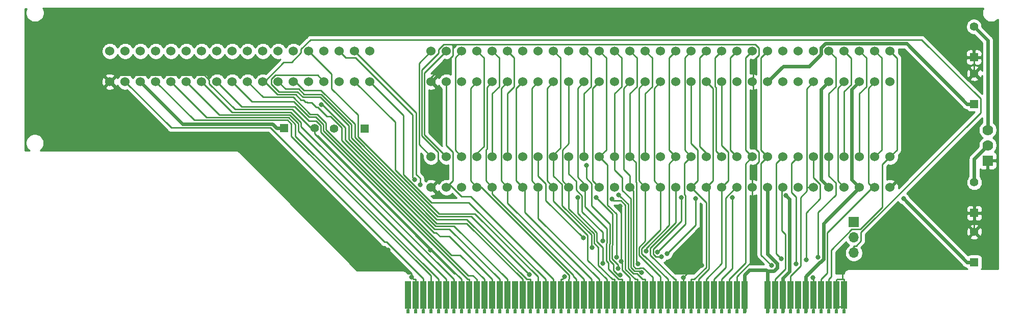
<source format=gbl>
G04 #@! TF.GenerationSoftware,KiCad,Pcbnew,(5.1.6)-1*
G04 #@! TF.CreationDate,2021-02-05T21:35:54+00:00*
G04 #@! TF.ProjectId,ibmps1,69626d70-7331-42e6-9b69-6361645f7063,rev?*
G04 #@! TF.SameCoordinates,Original*
G04 #@! TF.FileFunction,Copper,L2,Bot*
G04 #@! TF.FilePolarity,Positive*
%FSLAX46Y46*%
G04 Gerber Fmt 4.6, Leading zero omitted, Abs format (unit mm)*
G04 Created by KiCad (PCBNEW (5.1.6)-1) date 2021-02-05 21:35:54*
%MOMM*%
%LPD*%
G01*
G04 APERTURE LIST*
G04 #@! TA.AperFunction,ComponentPad*
%ADD10C,1.397000*%
G04 #@! TD*
G04 #@! TA.AperFunction,ComponentPad*
%ADD11R,1.397000X1.397000*%
G04 #@! TD*
G04 #@! TA.AperFunction,ComponentPad*
%ADD12R,1.778000X1.778000*%
G04 #@! TD*
G04 #@! TA.AperFunction,ComponentPad*
%ADD13C,1.778000*%
G04 #@! TD*
G04 #@! TA.AperFunction,ComponentPad*
%ADD14R,1.700000X1.700000*%
G04 #@! TD*
G04 #@! TA.AperFunction,ComponentPad*
%ADD15O,1.700000X1.700000*%
G04 #@! TD*
G04 #@! TA.AperFunction,ConnectorPad*
%ADD16R,0.510000X0.760000*%
G04 #@! TD*
G04 #@! TA.AperFunction,ConnectorPad*
%ADD17R,1.020000X4.570000*%
G04 #@! TD*
G04 #@! TA.AperFunction,ComponentPad*
%ADD18C,1.524000*%
G04 #@! TD*
G04 #@! TA.AperFunction,ViaPad*
%ADD19C,0.800000*%
G04 #@! TD*
G04 #@! TA.AperFunction,Conductor*
%ADD20C,0.250000*%
G04 #@! TD*
G04 #@! TA.AperFunction,Conductor*
%ADD21C,0.600000*%
G04 #@! TD*
G04 #@! TA.AperFunction,Conductor*
%ADD22C,0.254000*%
G04 #@! TD*
G04 APERTURE END LIST*
D10*
X178181000Y-57658000D03*
D11*
X178181000Y-62738000D03*
D10*
X178181000Y-83947000D03*
D11*
X178181000Y-89027000D03*
D10*
X178118000Y-49911000D03*
D11*
X178118000Y-54991000D03*
D10*
X178181000Y-75755500D03*
D11*
X178181000Y-80835500D03*
D10*
X71882000Y-66865500D03*
D11*
X76962000Y-66865500D03*
D10*
X68643500Y-66738500D03*
D11*
X63563500Y-66738500D03*
D12*
X180404000Y-72136000D03*
D13*
X180404000Y-67056000D03*
X180404000Y-69596000D03*
D14*
X158178000Y-82359500D03*
D15*
X158178000Y-84899500D03*
X158178000Y-87439500D03*
D16*
X156515000Y-97097200D03*
X155255000Y-97097200D03*
X153985000Y-97097200D03*
X152715000Y-97097200D03*
X151445000Y-97097200D03*
X150175000Y-97097200D03*
X148905000Y-97097200D03*
X147635000Y-97097200D03*
X146365000Y-97097200D03*
X145095000Y-97097200D03*
X143825000Y-97097200D03*
X140015000Y-97097200D03*
X138745000Y-97097200D03*
X137475000Y-97097200D03*
X136205000Y-97097200D03*
X134935000Y-97097200D03*
X133665000Y-97097200D03*
X132395000Y-97097200D03*
X131125000Y-97097200D03*
X129855000Y-97097200D03*
X128585000Y-97097200D03*
X127315000Y-97097200D03*
X126045000Y-97097200D03*
X124775000Y-97097200D03*
X123505000Y-97097200D03*
X122235000Y-97097200D03*
X120965000Y-97097200D03*
X119695000Y-97097200D03*
X118425000Y-97097200D03*
X117155000Y-97097200D03*
X115885000Y-97097200D03*
X114615000Y-97097200D03*
X113345000Y-97097200D03*
X112075000Y-97097200D03*
X110805000Y-97097200D03*
X109535000Y-97097200D03*
X108265000Y-97097200D03*
X106995000Y-97097200D03*
X105725000Y-97097200D03*
X104445000Y-97097200D03*
X103185000Y-97097200D03*
X101905000Y-97097200D03*
X100645000Y-97097200D03*
X99375000Y-97097200D03*
X98105000Y-97097200D03*
X96835000Y-97097200D03*
X95565000Y-97097200D03*
X94295000Y-97097200D03*
X93015000Y-97097200D03*
X91755000Y-97097200D03*
X90485000Y-97097200D03*
X89215000Y-97097200D03*
X87945000Y-97097200D03*
X86675000Y-97097200D03*
X85405000Y-97097200D03*
X84135000Y-97097200D03*
D17*
X156515000Y-94437200D03*
X155255000Y-94437200D03*
X153985000Y-94437200D03*
X152715000Y-94437200D03*
X151445000Y-94437200D03*
X150175000Y-94437200D03*
X148905000Y-94437200D03*
X147635000Y-94437200D03*
X146365000Y-94437200D03*
X145095000Y-94437200D03*
X143825000Y-94437200D03*
X140015000Y-94437200D03*
X138745000Y-94437200D03*
X137475000Y-94437200D03*
X136205000Y-94437200D03*
X134935000Y-94437200D03*
X133665000Y-94437200D03*
X132395000Y-94437200D03*
X131125000Y-94437200D03*
X129855000Y-94437200D03*
X128585000Y-94437200D03*
X127315000Y-94437200D03*
X126045000Y-94437200D03*
X124775000Y-94437200D03*
X123505000Y-94437200D03*
X122235000Y-94437200D03*
X120965000Y-94437200D03*
X119695000Y-94437200D03*
X118425000Y-94437200D03*
X117155000Y-94437200D03*
X115885000Y-94437200D03*
X114615000Y-94437200D03*
X113345000Y-94437200D03*
X112075000Y-94437200D03*
X110805000Y-94437200D03*
X109535000Y-94437200D03*
X108265000Y-94437200D03*
X106995000Y-94437200D03*
X105725000Y-94437200D03*
X104445000Y-94437200D03*
X103185000Y-94437200D03*
X101905000Y-94437200D03*
X100645000Y-94437200D03*
X99375000Y-94437200D03*
X98105000Y-94437200D03*
X96835000Y-94437200D03*
X95565000Y-94437200D03*
X94295000Y-94437200D03*
X93015000Y-94437200D03*
X91755000Y-94437200D03*
X90485000Y-94437200D03*
X89215000Y-94437200D03*
X87945000Y-94437200D03*
X86675000Y-94437200D03*
X85405000Y-94437200D03*
X84135000Y-94437200D03*
D18*
X34671000Y-53975000D03*
X37211000Y-53975000D03*
X39751000Y-53975000D03*
X42291000Y-53975000D03*
X44831000Y-53975000D03*
X47371000Y-53975000D03*
X49911000Y-53975000D03*
X52451000Y-53975000D03*
X54991000Y-53975000D03*
X57531000Y-53975000D03*
X60071000Y-53975000D03*
X62611000Y-53975000D03*
X65151000Y-53975000D03*
X67691000Y-53975000D03*
X70231000Y-53975000D03*
X72771000Y-53975000D03*
X75311000Y-53975000D03*
X77851000Y-53975000D03*
X34671000Y-59055000D03*
X37211000Y-59055000D03*
X39751000Y-59055000D03*
X42291000Y-59055000D03*
X44831000Y-59055000D03*
X47371000Y-59055000D03*
X49911000Y-59055000D03*
X52451000Y-59055000D03*
X54991000Y-59055000D03*
X57531000Y-59055000D03*
X60071000Y-59055000D03*
X62611000Y-59055000D03*
X65151000Y-59055000D03*
X67691000Y-59055000D03*
X70231000Y-59055000D03*
X72771000Y-59055000D03*
X75311000Y-59055000D03*
X77851000Y-59055000D03*
X88011000Y-53975000D03*
X90551000Y-53975000D03*
X93091000Y-53975000D03*
X95631000Y-53975000D03*
X98171000Y-53975000D03*
X100711000Y-53975000D03*
X103251000Y-53975000D03*
X105791000Y-53975000D03*
X108331000Y-53975000D03*
X110871000Y-53975000D03*
X113411000Y-53975000D03*
X115951000Y-53975000D03*
X118491000Y-53975000D03*
X121031000Y-53975000D03*
X123571000Y-53975000D03*
X126111000Y-53975000D03*
X128651000Y-53975000D03*
X131191000Y-53975000D03*
X133731000Y-53975000D03*
X136271000Y-53975000D03*
X138811000Y-53975000D03*
X141351000Y-53975000D03*
X143891000Y-53975000D03*
X146431000Y-53975000D03*
X148971000Y-53975000D03*
X151511000Y-53975000D03*
X154051000Y-53975000D03*
X156591000Y-53975000D03*
X159131000Y-53975000D03*
X161671000Y-53975000D03*
X164211000Y-53975000D03*
X88011000Y-59055000D03*
X90551000Y-59055000D03*
X93091000Y-59055000D03*
X95631000Y-59055000D03*
X98171000Y-59055000D03*
X100711000Y-59055000D03*
X103251000Y-59055000D03*
X105791000Y-59055000D03*
X108331000Y-59055000D03*
X110871000Y-59055000D03*
X113411000Y-59055000D03*
X115951000Y-59055000D03*
X118491000Y-59055000D03*
X121031000Y-59055000D03*
X123571000Y-59055000D03*
X126111000Y-59055000D03*
X128651000Y-59055000D03*
X131191000Y-59055000D03*
X133731000Y-59055000D03*
X136271000Y-59055000D03*
X138811000Y-59055000D03*
X141351000Y-59055000D03*
X143891000Y-59055000D03*
X146431000Y-59055000D03*
X148971000Y-59055000D03*
X151511000Y-59055000D03*
X154051000Y-59055000D03*
X156591000Y-59055000D03*
X159131000Y-59055000D03*
X161671000Y-59055000D03*
X164211000Y-59055000D03*
X88011000Y-71501000D03*
X90551000Y-71501000D03*
X93091000Y-71501000D03*
X95631000Y-71501000D03*
X98171000Y-71501000D03*
X100711000Y-71501000D03*
X103251000Y-71501000D03*
X105791000Y-71501000D03*
X108331000Y-71501000D03*
X110871000Y-71501000D03*
X113411000Y-71501000D03*
X115951000Y-71501000D03*
X118491000Y-71501000D03*
X121031000Y-71501000D03*
X123571000Y-71501000D03*
X126111000Y-71501000D03*
X128651000Y-71501000D03*
X131191000Y-71501000D03*
X133731000Y-71501000D03*
X136271000Y-71501000D03*
X138811000Y-71501000D03*
X141351000Y-71501000D03*
X143891000Y-71501000D03*
X146431000Y-71501000D03*
X148971000Y-71501000D03*
X151511000Y-71501000D03*
X154051000Y-71501000D03*
X156591000Y-71501000D03*
X159131000Y-71501000D03*
X161671000Y-71501000D03*
X164211000Y-71501000D03*
X88011000Y-76581000D03*
X90551000Y-76581000D03*
X93091000Y-76581000D03*
X95631000Y-76581000D03*
X98171000Y-76581000D03*
X100711000Y-76581000D03*
X103251000Y-76581000D03*
X105791000Y-76581000D03*
X108331000Y-76581000D03*
X110871000Y-76581000D03*
X113411000Y-76581000D03*
X115951000Y-76581000D03*
X118491000Y-76581000D03*
X121031000Y-76581000D03*
X123571000Y-76581000D03*
X126111000Y-76581000D03*
X128651000Y-76581000D03*
X131191000Y-76581000D03*
X133731000Y-76581000D03*
X136271000Y-76581000D03*
X138811000Y-76581000D03*
X141351000Y-76581000D03*
X143891000Y-76581000D03*
X146431000Y-76581000D03*
X148971000Y-76581000D03*
X151511000Y-76581000D03*
X154051000Y-76581000D03*
X156591000Y-76581000D03*
X159131000Y-76581000D03*
X161671000Y-76581000D03*
X164211000Y-76581000D03*
D19*
X113244800Y-84955000D03*
X114733700Y-86514700D03*
X116473900Y-85453300D03*
X116508800Y-89214600D03*
X112323600Y-78257500D03*
X118774700Y-88155100D03*
X122968600Y-90687400D03*
X122338300Y-89265900D03*
X119405700Y-91089400D03*
X113790500Y-72881400D03*
X119010700Y-90067500D03*
X115424100Y-78293200D03*
X123689200Y-87178700D03*
X125590200Y-87321300D03*
X126221400Y-88104900D03*
X129508600Y-78232700D03*
X127140200Y-87597600D03*
X131948200Y-78400100D03*
X137986300Y-78259900D03*
X144541400Y-89554900D03*
X146120400Y-88375100D03*
X148599200Y-89224700D03*
X150248400Y-88610700D03*
X152240100Y-88139500D03*
X80846900Y-86942800D03*
X119370200Y-79657800D03*
X119536700Y-88808000D03*
X87893700Y-86942800D03*
X156261600Y-87252800D03*
X84755400Y-91485700D03*
X132953200Y-89548200D03*
X129855000Y-91551100D03*
X110184900Y-91414700D03*
X151377700Y-91515200D03*
X118002900Y-78536800D03*
X119163700Y-77841100D03*
X166425500Y-78439900D03*
X86163600Y-76163400D03*
X85292600Y-75300000D03*
X104325300Y-91070200D03*
X69760000Y-62815900D03*
X146919800Y-77955200D03*
D20*
X88011000Y-53975000D02*
X85995200Y-55990800D01*
X85995200Y-55990800D02*
X85995200Y-69485200D01*
X85995200Y-69485200D02*
X88011000Y-71501000D01*
X90551000Y-71501000D02*
X86895900Y-67845900D01*
X86895900Y-67845900D02*
X86895900Y-57630100D01*
X86895900Y-57630100D02*
X90551000Y-53975000D01*
X93091000Y-71501000D02*
X92003600Y-70413600D01*
X92003600Y-70413600D02*
X92003600Y-55062400D01*
X92003600Y-55062400D02*
X93091000Y-53975000D01*
X95631000Y-53975000D02*
X96742200Y-55086200D01*
X96742200Y-55086200D02*
X96742200Y-69752900D01*
X96742200Y-69752900D02*
X95631000Y-70864100D01*
X95631000Y-70864100D02*
X95631000Y-71501000D01*
X98171000Y-71501000D02*
X98171000Y-60958100D01*
X98171000Y-60958100D02*
X99282200Y-59846900D01*
X99282200Y-59846900D02*
X99282200Y-55086200D01*
X99282200Y-55086200D02*
X98171000Y-53975000D01*
X100711000Y-53975000D02*
X101801900Y-55065900D01*
X101801900Y-55065900D02*
X101801900Y-59867200D01*
X101801900Y-59867200D02*
X100711000Y-60958100D01*
X100711000Y-60958100D02*
X100711000Y-71501000D01*
X105791000Y-71501000D02*
X105791000Y-74677900D01*
X105791000Y-74677900D02*
X107061000Y-75947900D01*
X107061000Y-75947900D02*
X107061000Y-78771200D01*
X107061000Y-78771200D02*
X113244800Y-84955000D01*
X108331000Y-71501000D02*
X108331000Y-74677900D01*
X108331000Y-74677900D02*
X109733100Y-76080000D01*
X109733100Y-76080000D02*
X109733100Y-79585200D01*
X109733100Y-79585200D02*
X114610900Y-84463000D01*
X114610900Y-84463000D02*
X114610900Y-86391900D01*
X114610900Y-86391900D02*
X114733700Y-86514700D01*
X108331000Y-53975000D02*
X109442200Y-55086200D01*
X109442200Y-55086200D02*
X109442200Y-70071200D01*
X109442200Y-70071200D02*
X108331000Y-71182400D01*
X108331000Y-71182400D02*
X108331000Y-71501000D01*
X110871000Y-71501000D02*
X110871000Y-74359300D01*
X110871000Y-74359300D02*
X112090000Y-75578300D01*
X112090000Y-75578300D02*
X112090000Y-76998200D01*
X112090000Y-76998200D02*
X112090100Y-76998200D01*
X112090100Y-76998200D02*
X113068000Y-77976100D01*
X113068000Y-77976100D02*
X113068000Y-80641800D01*
X113068000Y-80641800D02*
X116473900Y-84047700D01*
X116473900Y-84047700D02*
X116473900Y-85453300D01*
X112323600Y-78257500D02*
X112323600Y-80901900D01*
X112323600Y-80901900D02*
X115511500Y-84089800D01*
X115511500Y-84089800D02*
X115511500Y-85528400D01*
X115511500Y-85528400D02*
X116508800Y-86525700D01*
X116508800Y-86525700D02*
X116508800Y-89214600D01*
X113411000Y-71501000D02*
X113411000Y-60958100D01*
X113411000Y-60958100D02*
X114522200Y-59846900D01*
X114522200Y-59846900D02*
X114522200Y-55086200D01*
X114522200Y-55086200D02*
X113411000Y-53975000D01*
X115951000Y-71501000D02*
X117277600Y-72827600D01*
X117277600Y-72827600D02*
X117277600Y-79509800D01*
X117277600Y-79509800D02*
X118774700Y-81006900D01*
X118774700Y-81006900D02*
X118774700Y-88155100D01*
X115951000Y-53975000D02*
X117062200Y-55086200D01*
X117062200Y-55086200D02*
X117062200Y-70389800D01*
X117062200Y-70389800D02*
X115951000Y-71501000D01*
X122968600Y-90687400D02*
X122722700Y-90441500D01*
X122722700Y-90441500D02*
X121775600Y-90441500D01*
X121775600Y-90441500D02*
X121162600Y-89828500D01*
X121162600Y-89828500D02*
X121162600Y-78443600D01*
X121162600Y-78443600D02*
X119761000Y-77042000D01*
X119761000Y-77042000D02*
X119761000Y-74943800D01*
X119761000Y-74943800D02*
X118491000Y-73673800D01*
X118491000Y-73673800D02*
X118491000Y-71501000D01*
X118491000Y-71501000D02*
X118491000Y-60958100D01*
X118491000Y-60958100D02*
X119602200Y-59846900D01*
X119602200Y-59846900D02*
X119602200Y-55086200D01*
X119602200Y-55086200D02*
X118491000Y-53975000D01*
X122338300Y-89265900D02*
X122063200Y-88990800D01*
X122063200Y-88990800D02*
X122063200Y-86334000D01*
X122063200Y-86334000D02*
X122119000Y-86278200D01*
X122119000Y-86278200D02*
X122119000Y-75765900D01*
X122119000Y-75765900D02*
X121983900Y-75630800D01*
X121983900Y-75630800D02*
X121983900Y-72453900D01*
X121983900Y-72453900D02*
X121031000Y-71501000D01*
X121031000Y-53975000D02*
X122142200Y-55086200D01*
X122142200Y-55086200D02*
X122142200Y-59846900D01*
X122142200Y-59846900D02*
X121031000Y-60958100D01*
X121031000Y-60958100D02*
X121031000Y-71501000D01*
X113790500Y-72881400D02*
X113790500Y-75057400D01*
X113790500Y-75057400D02*
X114681000Y-75947900D01*
X114681000Y-75947900D02*
X114681000Y-79649300D01*
X114681000Y-79649300D02*
X117649500Y-82617800D01*
X117649500Y-82617800D02*
X117649500Y-85940400D01*
X117649500Y-85940400D02*
X117599100Y-85990800D01*
X117599100Y-85990800D02*
X117599100Y-88642100D01*
X117599100Y-88642100D02*
X118285400Y-89328400D01*
X118285400Y-89328400D02*
X118285400Y-90367900D01*
X118285400Y-90367900D02*
X119006900Y-91089400D01*
X119006900Y-91089400D02*
X119405700Y-91089400D01*
X123571000Y-71501000D02*
X123571000Y-60958100D01*
X123571000Y-60958100D02*
X124682200Y-59846900D01*
X124682200Y-59846900D02*
X124682200Y-55086200D01*
X124682200Y-55086200D02*
X123571000Y-53975000D01*
X115424100Y-78293200D02*
X118099800Y-80968900D01*
X118099800Y-80968900D02*
X118099800Y-86127000D01*
X118099800Y-86127000D02*
X118049400Y-86177400D01*
X118049400Y-86177400D02*
X118049400Y-88455500D01*
X118049400Y-88455500D02*
X119010700Y-89416800D01*
X119010700Y-89416800D02*
X119010700Y-90067500D01*
X128651000Y-71501000D02*
X127521800Y-72630200D01*
X127521800Y-72630200D02*
X127521800Y-82864800D01*
X127521800Y-82864800D02*
X123689200Y-86697400D01*
X123689200Y-86697400D02*
X123689200Y-87178700D01*
X128651000Y-53975000D02*
X127539700Y-55086300D01*
X127539700Y-55086300D02*
X127539700Y-70389700D01*
X127539700Y-70389700D02*
X128651000Y-71501000D01*
X131191000Y-71501000D02*
X130077400Y-72614600D01*
X130077400Y-72614600D02*
X130077400Y-77775700D01*
X130077400Y-77775700D02*
X130233900Y-77932200D01*
X130233900Y-77932200D02*
X130233900Y-82677600D01*
X130233900Y-82677600D02*
X125590200Y-87321300D01*
X131191000Y-71501000D02*
X130093300Y-70403300D01*
X130093300Y-70403300D02*
X130093300Y-55072700D01*
X130093300Y-55072700D02*
X131191000Y-53975000D01*
X126221400Y-88104900D02*
X125348100Y-88104900D01*
X125348100Y-88104900D02*
X124864800Y-87621600D01*
X124864800Y-87621600D02*
X124864800Y-86795600D01*
X124864800Y-86795600D02*
X129508600Y-82151800D01*
X129508600Y-82151800D02*
X129508600Y-78232700D01*
X133731000Y-53975000D02*
X132619700Y-55086300D01*
X132619700Y-55086300D02*
X132619700Y-69752800D01*
X132619700Y-69752800D02*
X133731000Y-70864100D01*
X133731000Y-70864100D02*
X133731000Y-71501000D01*
X127140200Y-87597600D02*
X131948200Y-82789600D01*
X131948200Y-82789600D02*
X131948200Y-78400100D01*
X136271000Y-71501000D02*
X135317700Y-70547700D01*
X135317700Y-70547700D02*
X135317700Y-60004800D01*
X135317700Y-60004800D02*
X135159300Y-59846400D01*
X135159300Y-59846400D02*
X135159300Y-55086700D01*
X135159300Y-55086700D02*
X136271000Y-53975000D01*
X136205000Y-91826900D02*
X137986300Y-90045600D01*
X137986300Y-90045600D02*
X137986300Y-78259900D01*
X136205000Y-94437200D02*
X136205000Y-91826900D01*
X138811000Y-71501000D02*
X137699700Y-70389700D01*
X137699700Y-70389700D02*
X137699700Y-55086300D01*
X137699700Y-55086300D02*
X138811000Y-53975000D01*
X136205000Y-94437200D02*
X136205000Y-97097200D01*
X141351000Y-71501000D02*
X140234200Y-70384200D01*
X140234200Y-70384200D02*
X140234200Y-55091800D01*
X140234200Y-55091800D02*
X141351000Y-53975000D01*
X141351000Y-71501000D02*
X140203500Y-72648500D01*
X140203500Y-72648500D02*
X140203500Y-89098400D01*
X140203500Y-89098400D02*
X137475000Y-91826900D01*
X137475000Y-94437200D02*
X137475000Y-97097200D01*
X137475000Y-93132000D02*
X137475000Y-94437200D01*
X137475000Y-93132000D02*
X137475000Y-91826900D01*
X143891000Y-71501000D02*
X142788000Y-72604000D01*
X142788000Y-72604000D02*
X142788000Y-87801500D01*
X142788000Y-87801500D02*
X144541400Y-89554900D01*
X143891000Y-53975000D02*
X142784000Y-55082000D01*
X142784000Y-55082000D02*
X142784000Y-70394000D01*
X142784000Y-70394000D02*
X143891000Y-71501000D01*
X146431000Y-71501000D02*
X145314600Y-72617400D01*
X145314600Y-72617400D02*
X145314600Y-87569300D01*
X145314600Y-87569300D02*
X146120400Y-88375100D01*
X148971000Y-71501000D02*
X147870800Y-72601200D01*
X147870800Y-72601200D02*
X147870800Y-77442800D01*
X147870800Y-77442800D02*
X148599200Y-78171200D01*
X148599200Y-78171200D02*
X148599200Y-89224700D01*
X151511000Y-71501000D02*
X151511000Y-74925400D01*
X151511000Y-74925400D02*
X152604100Y-76018500D01*
X152604100Y-76018500D02*
X152604100Y-78410500D01*
X152604100Y-78410500D02*
X150248400Y-80766200D01*
X150248400Y-80766200D02*
X150248400Y-88610700D01*
X154051000Y-71501000D02*
X154051000Y-74677900D01*
X154051000Y-74677900D02*
X155162200Y-75789100D01*
X155162200Y-75789100D02*
X155162200Y-77827200D01*
X155162200Y-77827200D02*
X152240100Y-80749300D01*
X152240100Y-80749300D02*
X152240100Y-88139500D01*
X154051000Y-53975000D02*
X155162200Y-55086200D01*
X155162200Y-55086200D02*
X155162200Y-59846900D01*
X155162200Y-59846900D02*
X154051000Y-60958100D01*
X154051000Y-60958100D02*
X154051000Y-71501000D01*
X156591000Y-53975000D02*
X157724700Y-55108700D01*
X157724700Y-55108700D02*
X157724700Y-59518000D01*
X157724700Y-59518000D02*
X156591000Y-60651700D01*
X156591000Y-60651700D02*
X156591000Y-71501000D01*
X159131000Y-71501000D02*
X159131000Y-60958100D01*
X159131000Y-60958100D02*
X160242200Y-59846900D01*
X160242200Y-59846900D02*
X160242200Y-55086200D01*
X160242200Y-55086200D02*
X159131000Y-53975000D01*
X161671000Y-53975000D02*
X162782200Y-55086200D01*
X162782200Y-55086200D02*
X162782200Y-70389800D01*
X162782200Y-70389800D02*
X161671000Y-71501000D01*
X164211000Y-53975000D02*
X165358800Y-55122800D01*
X165358800Y-55122800D02*
X165358800Y-70353200D01*
X165358800Y-70353200D02*
X164211000Y-71501000D01*
X153985000Y-94437200D02*
X153985000Y-91826900D01*
X164211000Y-71501000D02*
X162941000Y-72771000D01*
X162941000Y-72771000D02*
X162941000Y-79825300D01*
X162941000Y-79825300D02*
X159231400Y-83534900D01*
X159231400Y-83534900D02*
X157843800Y-83534900D01*
X157843800Y-83534900D02*
X154419600Y-86959100D01*
X154419600Y-86959100D02*
X154419600Y-91392300D01*
X154419600Y-91392300D02*
X153985000Y-91826900D01*
X153985000Y-94437200D02*
X153985000Y-97097200D01*
X119536700Y-88808000D02*
X119736100Y-89007400D01*
X119736100Y-89007400D02*
X119736100Y-90312700D01*
X119736100Y-90312700D02*
X120965000Y-91541600D01*
X120965000Y-91541600D02*
X120965000Y-91826900D01*
X119370200Y-79657800D02*
X119536700Y-79824300D01*
X119536700Y-79824300D02*
X119536700Y-88808000D01*
X129855000Y-91551100D02*
X131857900Y-89548200D01*
X131857900Y-89548200D02*
X132953200Y-89548200D01*
X84755400Y-91485700D02*
X84755400Y-90851300D01*
X84755400Y-90851300D02*
X80846900Y-86942800D01*
X34671000Y-59055000D02*
X35758400Y-57967600D01*
X35758400Y-57967600D02*
X50400600Y-57967600D01*
X50400600Y-57967600D02*
X51181000Y-58748000D01*
X51181000Y-58748000D02*
X51181000Y-59355000D01*
X51181000Y-59355000D02*
X55454500Y-63628500D01*
X55454500Y-63628500D02*
X64923800Y-63628500D01*
X64923800Y-63628500D02*
X68033800Y-66738500D01*
X68033800Y-66738500D02*
X68643500Y-66738500D01*
X141351000Y-76581000D02*
X141351000Y-88733700D01*
X141351000Y-88733700D02*
X138745000Y-91339700D01*
X138745000Y-91339700D02*
X138745000Y-94437200D01*
X141509100Y-59055000D02*
X141509100Y-69770100D01*
X141509100Y-69770100D02*
X142445300Y-70706300D01*
X142445300Y-70706300D02*
X142445300Y-72309800D01*
X142445300Y-72309800D02*
X141351000Y-73404100D01*
X141351000Y-73404100D02*
X141351000Y-76581000D01*
X120965000Y-94437200D02*
X120965000Y-91826900D01*
X141509100Y-59055000D02*
X141509100Y-55541100D01*
X141509100Y-55541100D02*
X142440400Y-54609800D01*
X142440400Y-54609800D02*
X142440400Y-53477700D01*
X142440400Y-53477700D02*
X141839500Y-52876800D01*
X141839500Y-52876800D02*
X91648100Y-52876800D01*
X87893700Y-86942800D02*
X88130900Y-86942800D01*
X88130900Y-86942800D02*
X93015000Y-91826900D01*
X68643500Y-66738500D02*
X68643500Y-67692600D01*
X68643500Y-67692600D02*
X87893700Y-86942800D01*
X93015000Y-94437200D02*
X93015000Y-91826900D01*
X156261600Y-91826900D02*
X156515000Y-91826900D01*
X155255000Y-91939500D02*
X155367600Y-91826900D01*
X155367600Y-91826900D02*
X156261600Y-91826900D01*
X156261600Y-87252800D02*
X156261600Y-91826900D01*
X155255000Y-94437200D02*
X155255000Y-91939500D01*
X156515000Y-94437200D02*
X156515000Y-91826900D01*
X155255000Y-94437200D02*
X155255000Y-96391900D01*
X151445000Y-91826900D02*
X151377700Y-91759600D01*
X151377700Y-91759600D02*
X151377700Y-91515200D01*
X129855000Y-94437200D02*
X129855000Y-91551100D01*
X85405000Y-91826900D02*
X85096600Y-91826900D01*
X85096600Y-91826900D02*
X84755400Y-91485700D01*
X85405000Y-94437200D02*
X85405000Y-91826900D01*
X91648100Y-52876800D02*
X91648100Y-54742100D01*
X91648100Y-54742100D02*
X88011000Y-58379200D01*
X88011000Y-58379200D02*
X88011000Y-59055000D01*
X91648100Y-52876800D02*
X90102300Y-52876800D01*
X90102300Y-52876800D02*
X89281000Y-53698100D01*
X89281000Y-53698100D02*
X89281000Y-54291400D01*
X89281000Y-54291400D02*
X86445500Y-57126900D01*
X86445500Y-57126900D02*
X86445500Y-68032400D01*
X86445500Y-68032400D02*
X89122200Y-70709100D01*
X89122200Y-70709100D02*
X89122200Y-75469800D01*
X89122200Y-75469800D02*
X88011000Y-76581000D01*
X109535000Y-91826900D02*
X109772700Y-91826900D01*
X109772700Y-91826900D02*
X110184900Y-91414700D01*
X109535000Y-94437200D02*
X109535000Y-91826900D01*
X138745000Y-94437200D02*
X138745000Y-97097200D01*
X141351000Y-59055000D02*
X141509100Y-59055000D01*
X151445000Y-94437200D02*
X151445000Y-91826900D01*
X129855000Y-94437200D02*
X129855000Y-97097200D01*
X109535000Y-94437200D02*
X109535000Y-97097200D01*
X178181000Y-80835500D02*
X178181000Y-79811700D01*
X178181000Y-79811700D02*
X180404000Y-77588700D01*
X180404000Y-77588700D02*
X180404000Y-72136000D01*
X178181000Y-83947000D02*
X178181000Y-80835500D01*
X155255000Y-96391900D02*
X155255000Y-97097200D01*
X155255000Y-96391900D02*
X156515000Y-96391900D01*
X156515000Y-97097200D02*
X156515000Y-96391900D01*
X178118000Y-54991000D02*
X178118000Y-56014800D01*
X178118000Y-56014800D02*
X178181000Y-56077800D01*
X178181000Y-56077800D02*
X178181000Y-57658000D01*
X120965000Y-97097200D02*
X120965000Y-94437200D01*
X151445000Y-97097200D02*
X151445000Y-94437200D01*
X93015000Y-97097200D02*
X93015000Y-94437200D01*
X85405000Y-94437200D02*
X85405000Y-97097200D01*
X108265000Y-94437200D02*
X108265000Y-91826900D01*
X91052100Y-76079900D02*
X93090900Y-78118700D01*
X93090900Y-78118700D02*
X94556800Y-78118700D01*
X94556800Y-78118700D02*
X108265000Y-91826900D01*
X91052100Y-76079900D02*
X90551000Y-76581000D01*
X90551000Y-59055000D02*
X90551000Y-69604700D01*
X90551000Y-69604700D02*
X91648100Y-70701800D01*
X91648100Y-70701800D02*
X91648100Y-75483900D01*
X91648100Y-75483900D02*
X91052100Y-76079900D01*
X108265000Y-97097200D02*
X108265000Y-94437200D01*
X95631000Y-76581000D02*
X96389200Y-76581000D01*
X96389200Y-76581000D02*
X110937500Y-91129300D01*
X110937500Y-91129300D02*
X110937500Y-91694400D01*
X110937500Y-91694400D02*
X110805000Y-91826900D01*
X110805000Y-94437200D02*
X110805000Y-91826900D01*
X110805000Y-97097200D02*
X110805000Y-94437200D01*
X95631000Y-76581000D02*
X94541700Y-75491700D01*
X94541700Y-75491700D02*
X94541700Y-60144300D01*
X94541700Y-60144300D02*
X95631000Y-59055000D01*
X98171000Y-76581000D02*
X98171000Y-77673600D01*
X98171000Y-77673600D02*
X111585600Y-91088200D01*
X111585600Y-91088200D02*
X111585600Y-91337600D01*
X111585600Y-91337600D02*
X111585700Y-91337600D01*
X111585700Y-91337600D02*
X112075000Y-91826900D01*
X98171000Y-76581000D02*
X97079900Y-75489900D01*
X97079900Y-75489900D02*
X97079900Y-70370400D01*
X97079900Y-70370400D02*
X97297300Y-70153000D01*
X97297300Y-70153000D02*
X97297300Y-59928700D01*
X97297300Y-59928700D02*
X98171000Y-59055000D01*
X112075000Y-94437200D02*
X112075000Y-91826900D01*
X112075000Y-94437200D02*
X112075000Y-97097200D01*
X100711000Y-76581000D02*
X100711000Y-79192900D01*
X100711000Y-79192900D02*
X113345000Y-91826900D01*
X100711000Y-76581000D02*
X99623400Y-75493400D01*
X99623400Y-75493400D02*
X99623400Y-60142600D01*
X99623400Y-60142600D02*
X100711000Y-59055000D01*
X113345000Y-94437200D02*
X113345000Y-91826900D01*
X113345000Y-94437200D02*
X113345000Y-97097200D01*
X114615000Y-91826900D02*
X103525600Y-80737500D01*
X103525600Y-80737500D02*
X103525600Y-76855600D01*
X103525600Y-76855600D02*
X103251000Y-76581000D01*
X114615000Y-94437200D02*
X114615000Y-91826900D01*
X114615000Y-97097200D02*
X114615000Y-94437200D01*
X103251000Y-59055000D02*
X102146400Y-60159600D01*
X102146400Y-60159600D02*
X102146400Y-75476400D01*
X102146400Y-75476400D02*
X103251000Y-76581000D01*
X115885000Y-91826900D02*
X105791000Y-81732900D01*
X105791000Y-81732900D02*
X105791000Y-76581000D01*
X115885000Y-94437200D02*
X115885000Y-91826900D01*
X115885000Y-97097200D02*
X115885000Y-94437200D01*
X105791000Y-76581000D02*
X104703600Y-75493600D01*
X104703600Y-75493600D02*
X104703600Y-60142400D01*
X104703600Y-60142400D02*
X105791000Y-59055000D01*
X117155000Y-94437200D02*
X117155000Y-91826900D01*
X117155000Y-91826900D02*
X113994600Y-88666500D01*
X113994600Y-88666500D02*
X113994600Y-84483600D01*
X113994600Y-84483600D02*
X108331000Y-78820000D01*
X108331000Y-78820000D02*
X108331000Y-76581000D01*
X117155000Y-97097200D02*
X117155000Y-94437200D01*
X108331000Y-59055000D02*
X107238700Y-60147300D01*
X107238700Y-60147300D02*
X107238700Y-75488700D01*
X107238700Y-75488700D02*
X108331000Y-76581000D01*
X110871000Y-76581000D02*
X110871000Y-80086200D01*
X110871000Y-80086200D02*
X115061200Y-84276400D01*
X115061200Y-84276400D02*
X115061200Y-85792400D01*
X115061200Y-85792400D02*
X115783500Y-86514700D01*
X115783500Y-86514700D02*
X115783500Y-89515000D01*
X115783500Y-89515000D02*
X118095400Y-91826900D01*
X118095400Y-91826900D02*
X118425000Y-91826900D01*
X118425000Y-94437200D02*
X118425000Y-91826900D01*
X110871000Y-76581000D02*
X109779900Y-75489900D01*
X109779900Y-75489900D02*
X109779900Y-70370400D01*
X109779900Y-70370400D02*
X110871000Y-69279300D01*
X110871000Y-69279300D02*
X110871000Y-59055000D01*
X118425000Y-97097200D02*
X118425000Y-94437200D01*
X113411000Y-76581000D02*
X113518400Y-76688400D01*
X113518400Y-76688400D02*
X113518400Y-79760400D01*
X113518400Y-79760400D02*
X117199200Y-83441200D01*
X117199200Y-83441200D02*
X117199200Y-85753800D01*
X117199200Y-85753800D02*
X117105500Y-85847500D01*
X117105500Y-85847500D02*
X117105500Y-88785400D01*
X117105500Y-88785400D02*
X117408300Y-89088200D01*
X117408300Y-89088200D02*
X117408300Y-90130400D01*
X117408300Y-90130400D02*
X119104800Y-91826900D01*
X119104800Y-91826900D02*
X119695000Y-91826900D01*
X113411000Y-76581000D02*
X113411000Y-75944200D01*
X113411000Y-75944200D02*
X112315100Y-74848300D01*
X112315100Y-74848300D02*
X112315100Y-60150900D01*
X112315100Y-60150900D02*
X113411000Y-59055000D01*
X119695000Y-94437200D02*
X119695000Y-91826900D01*
X119695000Y-97097200D02*
X119695000Y-94437200D01*
X122235000Y-91826900D02*
X121887200Y-91826900D01*
X121887200Y-91826900D02*
X120262000Y-90201700D01*
X120262000Y-90201700D02*
X120262000Y-79523800D01*
X120262000Y-79523800D02*
X119512300Y-78774100D01*
X119512300Y-78774100D02*
X118240200Y-78774100D01*
X118240200Y-78774100D02*
X118002900Y-78536800D01*
X115951000Y-76581000D02*
X114841900Y-75471900D01*
X114841900Y-75471900D02*
X114841900Y-60164100D01*
X114841900Y-60164100D02*
X115951000Y-59055000D01*
X122235000Y-94437200D02*
X122235000Y-91826900D01*
X122235000Y-97097200D02*
X122235000Y-94437200D01*
X123505000Y-91826900D02*
X123082400Y-91826900D01*
X123082400Y-91826900D02*
X122147300Y-90891800D01*
X122147300Y-90891800D02*
X121589000Y-90891800D01*
X121589000Y-90891800D02*
X120712300Y-90015100D01*
X120712300Y-90015100D02*
X120712300Y-79337200D01*
X120712300Y-79337200D02*
X119423800Y-78048700D01*
X119423800Y-78048700D02*
X119371200Y-78048700D01*
X119371200Y-78048700D02*
X119371200Y-78048600D01*
X119371200Y-78048600D02*
X119163700Y-77841100D01*
X123505000Y-94437200D02*
X123505000Y-91826900D01*
X123505000Y-94437200D02*
X123505000Y-97097200D01*
X124775000Y-91826900D02*
X124775000Y-91468000D01*
X124775000Y-91468000D02*
X123231100Y-89924100D01*
X123231100Y-89924100D02*
X122705900Y-89924100D01*
X122705900Y-89924100D02*
X122638800Y-89991200D01*
X122638800Y-89991200D02*
X121962200Y-89991200D01*
X121962200Y-89991200D02*
X121612900Y-89641900D01*
X121612900Y-89641900D02*
X121612900Y-77162900D01*
X121612900Y-77162900D02*
X121031000Y-76581000D01*
X121031000Y-76581000D02*
X121031000Y-74658300D01*
X121031000Y-74658300D02*
X119943000Y-73570300D01*
X119943000Y-73570300D02*
X119943000Y-60143000D01*
X119943000Y-60143000D02*
X121031000Y-59055000D01*
X124775000Y-94437200D02*
X124775000Y-91826900D01*
X124775000Y-97097200D02*
X124775000Y-94437200D01*
X126045000Y-91826900D02*
X126045000Y-91385500D01*
X126045000Y-91385500D02*
X122513500Y-87854000D01*
X122513500Y-87854000D02*
X122513500Y-86520600D01*
X122513500Y-86520600D02*
X123571000Y-85463100D01*
X123571000Y-85463100D02*
X123571000Y-76581000D01*
X123571000Y-76581000D02*
X122483700Y-75493700D01*
X122483700Y-75493700D02*
X122483700Y-60142300D01*
X122483700Y-60142300D02*
X123571000Y-59055000D01*
X126045000Y-94437200D02*
X126045000Y-91826900D01*
X126045000Y-97097200D02*
X126045000Y-94437200D01*
X127315000Y-91826900D02*
X123467900Y-87979800D01*
X123467900Y-87979800D02*
X123372000Y-87979800D01*
X123372000Y-87979800D02*
X122963800Y-87571600D01*
X122963800Y-87571600D02*
X122963800Y-86707200D01*
X122963800Y-86707200D02*
X126111000Y-83560000D01*
X126111000Y-83560000D02*
X126111000Y-76581000D01*
X126111000Y-76581000D02*
X125013900Y-75483900D01*
X125013900Y-75483900D02*
X125013900Y-60152100D01*
X125013900Y-60152100D02*
X126111000Y-59055000D01*
X127315000Y-94437200D02*
X127315000Y-91826900D01*
X127315000Y-97097200D02*
X127315000Y-94437200D01*
X128585000Y-91826900D02*
X128433200Y-91826900D01*
X128433200Y-91826900D02*
X124414500Y-87808200D01*
X124414500Y-87808200D02*
X124414500Y-86609000D01*
X124414500Y-86609000D02*
X128651000Y-82372500D01*
X128651000Y-82372500D02*
X128651000Y-76581000D01*
X128585000Y-94437200D02*
X128585000Y-91826900D01*
X128585000Y-94437200D02*
X128585000Y-97097200D01*
X131125000Y-91826900D02*
X131700300Y-91826900D01*
X131700300Y-91826900D02*
X133678500Y-89848700D01*
X133678500Y-89848700D02*
X133678500Y-79068500D01*
X133678500Y-79068500D02*
X131191000Y-76581000D01*
X131191000Y-59055000D02*
X131191000Y-69279300D01*
X131191000Y-69279300D02*
X132282000Y-70370300D01*
X132282000Y-70370300D02*
X132282000Y-75490000D01*
X132282000Y-75490000D02*
X131191000Y-76581000D01*
X131125000Y-94437200D02*
X131125000Y-91826900D01*
X131125000Y-97097200D02*
X131125000Y-94437200D01*
X132395000Y-91826900D02*
X134128800Y-90093100D01*
X134128800Y-90093100D02*
X134128800Y-76978800D01*
X134128800Y-76978800D02*
X133731000Y-76581000D01*
X133731000Y-76581000D02*
X134819000Y-75493000D01*
X134819000Y-75493000D02*
X134819000Y-60143000D01*
X134819000Y-60143000D02*
X133731000Y-59055000D01*
X132395000Y-94437200D02*
X132395000Y-91826900D01*
X132395000Y-94437200D02*
X132395000Y-97097200D01*
X136271000Y-76581000D02*
X137364700Y-75487300D01*
X137364700Y-75487300D02*
X137364700Y-70707400D01*
X137364700Y-70707400D02*
X136271000Y-69613700D01*
X136271000Y-69613700D02*
X136271000Y-59055000D01*
X133665000Y-91826900D02*
X136271000Y-89220900D01*
X136271000Y-89220900D02*
X136271000Y-76581000D01*
X133665000Y-94437200D02*
X133665000Y-91826900D01*
X133665000Y-94437200D02*
X133665000Y-97097200D01*
X134935000Y-94437200D02*
X134935000Y-91826900D01*
X134935000Y-91826900D02*
X136916300Y-89845600D01*
X136916300Y-89845600D02*
X136916300Y-78304200D01*
X136916300Y-78304200D02*
X138639500Y-76581000D01*
X138639500Y-76581000D02*
X138811000Y-76581000D01*
X134935000Y-94437200D02*
X134935000Y-97097200D01*
D21*
X178181000Y-62738000D02*
X176982200Y-62738000D01*
X143891000Y-59055000D02*
X146438600Y-56507400D01*
X146438600Y-56507400D02*
X150777600Y-56507400D01*
X150777600Y-56507400D02*
X152780900Y-54504100D01*
X152780900Y-54504100D02*
X152780900Y-53394200D01*
X152780900Y-53394200D02*
X153465600Y-52709500D01*
X153465600Y-52709500D02*
X166953700Y-52709500D01*
X166953700Y-52709500D02*
X176982200Y-62738000D01*
X140015000Y-91651900D02*
X140015000Y-91100000D01*
X140015000Y-91100000D02*
X140825000Y-90290000D01*
X140825000Y-90290000D02*
X143629600Y-90290000D01*
X143629600Y-90290000D02*
X143825000Y-90485400D01*
X143825000Y-90485400D02*
X144884200Y-90485400D01*
X144884200Y-90485400D02*
X145441700Y-89927900D01*
X145441700Y-89927900D02*
X145441700Y-89181900D01*
X145441700Y-89181900D02*
X143891000Y-87631200D01*
X143891000Y-87631200D02*
X143891000Y-76581000D01*
X143825000Y-90485400D02*
X143825000Y-91651900D01*
X143825000Y-94437200D02*
X143825000Y-91651900D01*
X140015000Y-94437200D02*
X140015000Y-91651900D01*
X140015000Y-97097200D02*
X140015000Y-94437200D01*
X143825000Y-94437200D02*
X143825000Y-97097200D01*
D20*
X145095000Y-91826900D02*
X146845700Y-90076200D01*
X146845700Y-90076200D02*
X146845700Y-84383900D01*
X146845700Y-84383900D02*
X146191400Y-83729600D01*
X146191400Y-83729600D02*
X146191400Y-76820600D01*
X146191400Y-76820600D02*
X146431000Y-76581000D01*
X145095000Y-94437200D02*
X145095000Y-91826900D01*
X145095000Y-94437200D02*
X145095000Y-97097200D01*
X150376600Y-76581000D02*
X150376600Y-60189400D01*
X150376600Y-60189400D02*
X151511000Y-59055000D01*
X147635000Y-94437200D02*
X147635000Y-91266300D01*
X147635000Y-91266300D02*
X149324700Y-89576600D01*
X149324700Y-89576600D02*
X149324700Y-78222600D01*
X149324700Y-78222600D02*
X150376600Y-77170700D01*
X150376600Y-77170700D02*
X150376600Y-76581000D01*
X150376600Y-76581000D02*
X151511000Y-76581000D01*
X147635000Y-94437200D02*
X147635000Y-97097200D01*
D21*
X180404000Y-67056000D02*
X180404000Y-52197000D01*
X180404000Y-52197000D02*
X178118000Y-49911000D01*
X154051000Y-76581000D02*
X152781000Y-75311000D01*
X152781000Y-75311000D02*
X152781000Y-60325000D01*
X152781000Y-60325000D02*
X154051000Y-59055000D01*
D20*
X156591000Y-76581000D02*
X155499200Y-75489200D01*
X155499200Y-75489200D02*
X155499200Y-60146800D01*
X155499200Y-60146800D02*
X156591000Y-59055000D01*
D21*
X150175000Y-91651900D02*
X150175000Y-91392000D01*
X150175000Y-91392000D02*
X152527200Y-89039800D01*
X152527200Y-89039800D02*
X152613100Y-89039800D01*
X152613100Y-89039800D02*
X153140400Y-88512500D01*
X153140400Y-88512500D02*
X153140400Y-82571600D01*
X153140400Y-82571600D02*
X159131000Y-76581000D01*
X150175000Y-94437200D02*
X150175000Y-91651900D01*
X150175000Y-94437200D02*
X150175000Y-97097200D01*
X39751000Y-59055000D02*
X46751000Y-66055000D01*
X46751000Y-66055000D02*
X61681200Y-66055000D01*
X61681200Y-66055000D02*
X62364700Y-66738500D01*
X63563500Y-66738500D02*
X62364700Y-66738500D01*
X178181000Y-89027000D02*
X176982200Y-89027000D01*
X166425500Y-78439900D02*
X176982200Y-88996600D01*
X176982200Y-88996600D02*
X176982200Y-89027000D01*
X159131000Y-76581000D02*
X157853400Y-75303400D01*
X157853400Y-75303400D02*
X157853400Y-60332600D01*
X157853400Y-60332600D02*
X159131000Y-59055000D01*
D20*
X152715000Y-91826900D02*
X153765700Y-90776200D01*
X153765700Y-90776200D02*
X153765700Y-84073300D01*
X153765700Y-84073300D02*
X161258000Y-76581000D01*
X152715000Y-94437200D02*
X152715000Y-91826900D01*
X161258000Y-76581000D02*
X160575100Y-75898100D01*
X160575100Y-75898100D02*
X160575100Y-60150900D01*
X160575100Y-60150900D02*
X161671000Y-59055000D01*
X161671000Y-76581000D02*
X161258000Y-76581000D01*
X152715000Y-94437200D02*
X152715000Y-97097200D01*
X75311000Y-53975000D02*
X85544900Y-64208900D01*
X85544900Y-64208900D02*
X85544900Y-74457100D01*
X85544900Y-74457100D02*
X86163600Y-75075800D01*
X86163600Y-75075800D02*
X86163600Y-76163400D01*
X72771000Y-53975000D02*
X73858400Y-55062400D01*
X73858400Y-55062400D02*
X75405100Y-55062400D01*
X75405100Y-55062400D02*
X84914900Y-64572200D01*
X84914900Y-64572200D02*
X84914900Y-74922300D01*
X84914900Y-74922300D02*
X85292600Y-75300000D01*
X104325300Y-91070200D02*
X94672600Y-81417500D01*
X94672600Y-81417500D02*
X89100300Y-81417500D01*
X89100300Y-81417500D02*
X75832800Y-68150000D01*
X75832800Y-68150000D02*
X75832800Y-64513800D01*
X75832800Y-64513800D02*
X71501000Y-60182000D01*
X71501000Y-60182000D02*
X71501000Y-57785000D01*
X71501000Y-57785000D02*
X67691000Y-53975000D01*
X84135000Y-94437200D02*
X84135000Y-97097200D01*
X86675000Y-91826900D02*
X86675000Y-91745100D01*
X86675000Y-91745100D02*
X80570600Y-85640700D01*
X80570600Y-85640700D02*
X80227100Y-85640700D01*
X80227100Y-85640700D02*
X61266700Y-66680300D01*
X61266700Y-66680300D02*
X44836300Y-66680300D01*
X44836300Y-66680300D02*
X37211000Y-59055000D01*
X86675000Y-94437200D02*
X86675000Y-91826900D01*
X86675000Y-97097200D02*
X86675000Y-94437200D01*
X42291000Y-59055000D02*
X48665700Y-65429700D01*
X48665700Y-65429700D02*
X64137900Y-65429700D01*
X64137900Y-65429700D02*
X64812700Y-66104500D01*
X64812700Y-66104500D02*
X64812700Y-68084300D01*
X64812700Y-68084300D02*
X87945000Y-91216600D01*
X87945000Y-91216600D02*
X87945000Y-94437200D01*
X87945000Y-97097200D02*
X87945000Y-94437200D01*
X44831000Y-59055000D02*
X50755400Y-64979400D01*
X50755400Y-64979400D02*
X64324500Y-64979400D01*
X64324500Y-64979400D02*
X65488100Y-66143000D01*
X65488100Y-66143000D02*
X65488100Y-68100000D01*
X65488100Y-68100000D02*
X89215000Y-91826900D01*
X89215000Y-94437200D02*
X89215000Y-91826900D01*
X89215000Y-97097200D02*
X89215000Y-94437200D01*
X47371000Y-59055000D02*
X52845100Y-64529100D01*
X52845100Y-64529100D02*
X64511100Y-64529100D01*
X64511100Y-64529100D02*
X65938400Y-65956400D01*
X65938400Y-65956400D02*
X65938400Y-67280300D01*
X65938400Y-67280300D02*
X90485000Y-91826900D01*
X90485000Y-94437200D02*
X90485000Y-91826900D01*
X90485000Y-94437200D02*
X90485000Y-97097200D01*
X49911000Y-59055000D02*
X54934800Y-64078800D01*
X54934800Y-64078800D02*
X64697700Y-64078800D01*
X64697700Y-64078800D02*
X66388700Y-65769800D01*
X66388700Y-65769800D02*
X66388700Y-66463500D01*
X66388700Y-66463500D02*
X91752100Y-91826900D01*
X91752100Y-91826900D02*
X91755000Y-91826900D01*
X91755000Y-94437200D02*
X91755000Y-91826900D01*
X91755000Y-97097200D02*
X91755000Y-94437200D01*
X52451000Y-59055000D02*
X56574200Y-63178200D01*
X56574200Y-63178200D02*
X65389300Y-63178200D01*
X65389300Y-63178200D02*
X67756900Y-65545800D01*
X67756900Y-65545800D02*
X68916400Y-65545800D01*
X68916400Y-65545800D02*
X69667400Y-66296800D01*
X69667400Y-66296800D02*
X69667400Y-67405600D01*
X69667400Y-67405600D02*
X94088700Y-91826900D01*
X94088700Y-91826900D02*
X94295000Y-91826900D01*
X94295000Y-94437200D02*
X94295000Y-91826900D01*
X94295000Y-97097200D02*
X94295000Y-94437200D01*
X95565000Y-94437200D02*
X95565000Y-91826900D01*
X54991000Y-59055000D02*
X58279400Y-62343400D01*
X58279400Y-62343400D02*
X65191500Y-62343400D01*
X65191500Y-62343400D02*
X67718400Y-64870300D01*
X67718400Y-64870300D02*
X68877800Y-64870300D01*
X68877800Y-64870300D02*
X70117800Y-66110300D01*
X70117800Y-66110300D02*
X70117800Y-67200600D01*
X70117800Y-67200600D02*
X94133800Y-91216600D01*
X94133800Y-91216600D02*
X94954700Y-91216600D01*
X94954700Y-91216600D02*
X95565000Y-91826900D01*
X95565000Y-97097200D02*
X95565000Y-94437200D01*
X96835000Y-94437200D02*
X96835000Y-91826900D01*
X57531000Y-59055000D02*
X60078300Y-61602300D01*
X60078300Y-61602300D02*
X65087300Y-61602300D01*
X65087300Y-61602300D02*
X67905000Y-64420000D01*
X67905000Y-64420000D02*
X69127200Y-64420000D01*
X69127200Y-64420000D02*
X70568200Y-65861000D01*
X70568200Y-65861000D02*
X70568200Y-67014100D01*
X70568200Y-67014100D02*
X91357000Y-87802900D01*
X91357000Y-87802900D02*
X92811000Y-87802900D01*
X92811000Y-87802900D02*
X96835000Y-91826900D01*
X96835000Y-97097200D02*
X96835000Y-94437200D01*
X98105000Y-91826900D02*
X90986100Y-84708000D01*
X90986100Y-84708000D02*
X89467600Y-84708000D01*
X89467600Y-84708000D02*
X88835700Y-84076100D01*
X88835700Y-84076100D02*
X88716100Y-84076100D01*
X88716100Y-84076100D02*
X88716000Y-84076000D01*
X88716000Y-84076000D02*
X88477200Y-84076000D01*
X88477200Y-84076000D02*
X73138100Y-68736900D01*
X73138100Y-68736900D02*
X73138100Y-66650200D01*
X73138100Y-66650200D02*
X71300400Y-64812500D01*
X71300400Y-64812500D02*
X70730700Y-64812500D01*
X70730700Y-64812500D02*
X69212500Y-63294300D01*
X69212500Y-63294300D02*
X68916000Y-63294300D01*
X68916000Y-63294300D02*
X68140200Y-62518500D01*
X68140200Y-62518500D02*
X67503300Y-62518500D01*
X67503300Y-62518500D02*
X67386400Y-62401600D01*
X67386400Y-62401600D02*
X67120300Y-62401600D01*
X67120300Y-62401600D02*
X66771300Y-62052600D01*
X66771300Y-62052600D02*
X66400500Y-62052600D01*
X66400500Y-62052600D02*
X65499800Y-61151900D01*
X65499800Y-61151900D02*
X62515700Y-61151900D01*
X62515700Y-61151900D02*
X60370700Y-59006800D01*
X60370700Y-59006800D02*
X63522800Y-55854700D01*
X63522800Y-55854700D02*
X64820000Y-55854700D01*
X64820000Y-55854700D02*
X66421000Y-54253700D01*
X66421000Y-54253700D02*
X66421000Y-53656000D01*
X66421000Y-53656000D02*
X68005300Y-52071700D01*
X68005300Y-52071700D02*
X169413600Y-52071700D01*
X169413600Y-52071700D02*
X179204900Y-61863000D01*
X179204900Y-61863000D02*
X179204900Y-64198300D01*
X179204900Y-64198300D02*
X159353300Y-84049900D01*
X159353300Y-84049900D02*
X159353300Y-85456300D01*
X159353300Y-85456300D02*
X158545400Y-86264200D01*
X158545400Y-86264200D02*
X158178000Y-86264200D01*
X60071000Y-59055000D02*
X60322500Y-59055000D01*
X60322500Y-59055000D02*
X60370700Y-59006800D01*
X98105000Y-94437200D02*
X98105000Y-91826900D01*
X98105000Y-97097200D02*
X98105000Y-94437200D01*
X158178000Y-87439500D02*
X158178000Y-86264200D01*
X69760000Y-62815900D02*
X69940900Y-62815900D01*
X69940900Y-62815900D02*
X73747400Y-66622400D01*
X73747400Y-66622400D02*
X73747400Y-68653500D01*
X73747400Y-68653500D02*
X88560300Y-83466400D01*
X88560300Y-83466400D02*
X91014500Y-83466400D01*
X91014500Y-83466400D02*
X99375000Y-91826900D01*
X99375000Y-94437200D02*
X99375000Y-91826900D01*
X99375000Y-94437200D02*
X99375000Y-97097200D01*
X100645000Y-91826900D02*
X91811800Y-82993700D01*
X91811800Y-82993700D02*
X88737500Y-82993700D01*
X88737500Y-82993700D02*
X74316000Y-68572200D01*
X74316000Y-68572200D02*
X74316000Y-66346100D01*
X74316000Y-66346100D02*
X69572100Y-61602200D01*
X69572100Y-61602200D02*
X66718900Y-61602200D01*
X66718900Y-61602200D02*
X65818200Y-60701500D01*
X65818200Y-60701500D02*
X62715100Y-60701500D01*
X62715100Y-60701500D02*
X61495400Y-59481800D01*
X61495400Y-59481800D02*
X61495400Y-58591300D01*
X61495400Y-58591300D02*
X62119200Y-57967500D01*
X62119200Y-57967500D02*
X69143500Y-57967500D01*
X69143500Y-57967500D02*
X70231000Y-59055000D01*
X100645000Y-94437200D02*
X100645000Y-91826900D01*
X100645000Y-97097200D02*
X100645000Y-94437200D01*
X101905000Y-94437200D02*
X101905000Y-97097200D01*
X103185000Y-91826900D02*
X93901400Y-82543300D01*
X93901400Y-82543300D02*
X88939200Y-82543300D01*
X88939200Y-82543300D02*
X74766300Y-68370400D01*
X74766300Y-68370400D02*
X74766300Y-66159500D01*
X74766300Y-66159500D02*
X69758700Y-61151900D01*
X69758700Y-61151900D02*
X66905500Y-61151900D01*
X66905500Y-61151900D02*
X66004800Y-60251200D01*
X66004800Y-60251200D02*
X63807200Y-60251200D01*
X63807200Y-60251200D02*
X62611000Y-59055000D01*
X103185000Y-94437200D02*
X103185000Y-91826900D01*
X103185000Y-97097200D02*
X103185000Y-94437200D01*
X104445000Y-91826900D02*
X103876800Y-91826900D01*
X103876800Y-91826900D02*
X93917800Y-81867900D01*
X93917800Y-81867900D02*
X88900700Y-81867900D01*
X88900700Y-81867900D02*
X75319800Y-68287000D01*
X75319800Y-68287000D02*
X75319800Y-66076100D01*
X75319800Y-66076100D02*
X69720200Y-60476500D01*
X69720200Y-60476500D02*
X66867000Y-60476500D01*
X66867000Y-60476500D02*
X65445500Y-59055000D01*
X65445500Y-59055000D02*
X65151000Y-59055000D01*
X104445000Y-94437200D02*
X104445000Y-91826900D01*
X104445000Y-97097200D02*
X104445000Y-94437200D01*
X105725000Y-91826900D02*
X105725000Y-91401900D01*
X105725000Y-91401900D02*
X95290300Y-80967200D01*
X95290300Y-80967200D02*
X89286900Y-80967200D01*
X89286900Y-80967200D02*
X82005900Y-73686200D01*
X82005900Y-73686200D02*
X82005900Y-65749800D01*
X82005900Y-65749800D02*
X82005800Y-65749800D01*
X82005800Y-65749800D02*
X75311000Y-59055000D01*
X105725000Y-94437200D02*
X105725000Y-91826900D01*
X105725000Y-97097200D02*
X105725000Y-94437200D01*
X106995000Y-91826900D02*
X94260700Y-79092600D01*
X94260700Y-79092600D02*
X88049200Y-79092600D01*
X88049200Y-79092600D02*
X83379700Y-74423100D01*
X83379700Y-74423100D02*
X83379700Y-64583700D01*
X83379700Y-64583700D02*
X77851000Y-59055000D01*
X106995000Y-94437200D02*
X106995000Y-91826900D01*
X106995000Y-97097200D02*
X106995000Y-94437200D01*
D21*
X146919800Y-77955200D02*
X147471000Y-78506400D01*
X147471000Y-78506400D02*
X147471000Y-90545900D01*
X147471000Y-90545900D02*
X146365000Y-91651900D01*
X178181000Y-75755500D02*
X178181000Y-71819000D01*
X178181000Y-71819000D02*
X180404000Y-69596000D01*
X146365000Y-94437200D02*
X146365000Y-91651900D01*
X146365000Y-97097200D02*
X146365000Y-94437200D01*
D20*
X148905000Y-94437200D02*
X148905000Y-97097200D01*
D22*
G36*
X92055498Y-90868500D02*
G01*
X91868502Y-90868500D01*
X69020474Y-68020473D01*
X69157446Y-67970447D01*
X92055498Y-90868500D01*
G37*
X92055498Y-90868500D02*
X91868502Y-90868500D01*
X69020474Y-68020473D01*
X69157446Y-67970447D01*
X92055498Y-90868500D01*
G36*
X132918501Y-79383303D02*
G01*
X132918500Y-89533898D01*
X131583899Y-90868500D01*
X128549602Y-90868500D01*
X126705681Y-89024580D01*
X126711656Y-89022105D01*
X126881174Y-88908837D01*
X127025337Y-88764674D01*
X127113586Y-88632600D01*
X127242139Y-88632600D01*
X127442098Y-88592826D01*
X127630456Y-88514805D01*
X127799974Y-88401537D01*
X127944137Y-88257374D01*
X128057405Y-88087856D01*
X128135426Y-87899498D01*
X128175200Y-87699539D01*
X128175200Y-87637401D01*
X132459204Y-83353398D01*
X132488201Y-83329601D01*
X132583174Y-83213876D01*
X132653746Y-83081847D01*
X132697203Y-82938586D01*
X132708200Y-82826933D01*
X132708200Y-82826923D01*
X132711876Y-82789600D01*
X132708200Y-82752277D01*
X132708200Y-79173002D01*
X132918501Y-79383303D01*
G37*
X132918501Y-79383303D02*
X132918500Y-89533898D01*
X131583899Y-90868500D01*
X128549602Y-90868500D01*
X126705681Y-89024580D01*
X126711656Y-89022105D01*
X126881174Y-88908837D01*
X127025337Y-88764674D01*
X127113586Y-88632600D01*
X127242139Y-88632600D01*
X127442098Y-88592826D01*
X127630456Y-88514805D01*
X127799974Y-88401537D01*
X127944137Y-88257374D01*
X128057405Y-88087856D01*
X128135426Y-87899498D01*
X128175200Y-87699539D01*
X128175200Y-87637401D01*
X132459204Y-83353398D01*
X132488201Y-83329601D01*
X132583174Y-83213876D01*
X132653746Y-83081847D01*
X132697203Y-82938586D01*
X132708200Y-82826933D01*
X132708200Y-82826923D01*
X132711876Y-82789600D01*
X132708200Y-82752277D01*
X132708200Y-79173002D01*
X132918501Y-79383303D01*
G36*
X165621563Y-79099674D02*
G01*
X165765726Y-79243837D01*
X165935244Y-79357105D01*
X166080642Y-79417331D01*
X176188075Y-89524765D01*
X176201014Y-89548972D01*
X176317856Y-89691344D01*
X176460228Y-89808186D01*
X176622660Y-89895007D01*
X176798908Y-89948471D01*
X176889264Y-89957370D01*
X176892998Y-89969680D01*
X176951963Y-90079994D01*
X177005312Y-90145000D01*
X157258419Y-90145000D01*
X157226000Y-90141807D01*
X157156806Y-90148622D01*
X157096617Y-90154550D01*
X156972207Y-90192290D01*
X156857550Y-90253575D01*
X156757052Y-90336052D01*
X156674575Y-90436550D01*
X156613290Y-90551207D01*
X156575550Y-90675617D01*
X156562807Y-90805000D01*
X156566000Y-90837419D01*
X156566000Y-90868500D01*
X155179600Y-90868500D01*
X155179600Y-87273901D01*
X156858665Y-85594836D01*
X156862010Y-85602911D01*
X157024525Y-85846132D01*
X157231368Y-86052975D01*
X157405760Y-86169500D01*
X157231368Y-86286025D01*
X157024525Y-86492868D01*
X156862010Y-86736089D01*
X156750068Y-87006342D01*
X156693000Y-87293240D01*
X156693000Y-87585760D01*
X156750068Y-87872658D01*
X156862010Y-88142911D01*
X157024525Y-88386132D01*
X157231368Y-88592975D01*
X157474589Y-88755490D01*
X157744842Y-88867432D01*
X158031740Y-88924500D01*
X158324260Y-88924500D01*
X158611158Y-88867432D01*
X158881411Y-88755490D01*
X159124632Y-88592975D01*
X159331475Y-88386132D01*
X159493990Y-88142911D01*
X159605932Y-87872658D01*
X159663000Y-87585760D01*
X159663000Y-87293240D01*
X159605932Y-87006342D01*
X159493990Y-86736089D01*
X159355531Y-86528870D01*
X159864302Y-86020099D01*
X159893301Y-85996301D01*
X159938369Y-85941386D01*
X159988274Y-85880577D01*
X160058846Y-85748547D01*
X160072358Y-85704002D01*
X160102303Y-85605286D01*
X160113300Y-85493633D01*
X160113300Y-85493624D01*
X160116976Y-85456301D01*
X160113300Y-85418978D01*
X160113300Y-84364701D01*
X165524137Y-78953865D01*
X165621563Y-79099674D01*
G37*
X165621563Y-79099674D02*
X165765726Y-79243837D01*
X165935244Y-79357105D01*
X166080642Y-79417331D01*
X176188075Y-89524765D01*
X176201014Y-89548972D01*
X176317856Y-89691344D01*
X176460228Y-89808186D01*
X176622660Y-89895007D01*
X176798908Y-89948471D01*
X176889264Y-89957370D01*
X176892998Y-89969680D01*
X176951963Y-90079994D01*
X177005312Y-90145000D01*
X157258419Y-90145000D01*
X157226000Y-90141807D01*
X157156806Y-90148622D01*
X157096617Y-90154550D01*
X156972207Y-90192290D01*
X156857550Y-90253575D01*
X156757052Y-90336052D01*
X156674575Y-90436550D01*
X156613290Y-90551207D01*
X156575550Y-90675617D01*
X156562807Y-90805000D01*
X156566000Y-90837419D01*
X156566000Y-90868500D01*
X155179600Y-90868500D01*
X155179600Y-87273901D01*
X156858665Y-85594836D01*
X156862010Y-85602911D01*
X157024525Y-85846132D01*
X157231368Y-86052975D01*
X157405760Y-86169500D01*
X157231368Y-86286025D01*
X157024525Y-86492868D01*
X156862010Y-86736089D01*
X156750068Y-87006342D01*
X156693000Y-87293240D01*
X156693000Y-87585760D01*
X156750068Y-87872658D01*
X156862010Y-88142911D01*
X157024525Y-88386132D01*
X157231368Y-88592975D01*
X157474589Y-88755490D01*
X157744842Y-88867432D01*
X158031740Y-88924500D01*
X158324260Y-88924500D01*
X158611158Y-88867432D01*
X158881411Y-88755490D01*
X159124632Y-88592975D01*
X159331475Y-88386132D01*
X159493990Y-88142911D01*
X159605932Y-87872658D01*
X159663000Y-87585760D01*
X159663000Y-87293240D01*
X159605932Y-87006342D01*
X159493990Y-86736089D01*
X159355531Y-86528870D01*
X159864302Y-86020099D01*
X159893301Y-85996301D01*
X159938369Y-85941386D01*
X159988274Y-85880577D01*
X160058846Y-85748547D01*
X160072358Y-85704002D01*
X160102303Y-85605286D01*
X160113300Y-85493633D01*
X160113300Y-85493624D01*
X160116976Y-85456301D01*
X160113300Y-85418978D01*
X160113300Y-84364701D01*
X165524137Y-78953865D01*
X165621563Y-79099674D01*
G36*
X179638891Y-46897308D02*
G01*
X179523085Y-47176890D01*
X179464047Y-47473692D01*
X179464047Y-47776308D01*
X179523085Y-48073110D01*
X179638891Y-48352692D01*
X179807016Y-48604308D01*
X180020999Y-48818291D01*
X180272615Y-48986416D01*
X180552197Y-49102222D01*
X180848999Y-49161260D01*
X181151615Y-49161260D01*
X181448417Y-49102222D01*
X181727999Y-48986416D01*
X181979615Y-48818291D01*
X182093000Y-48704906D01*
X182093001Y-90145000D01*
X179356688Y-90145000D01*
X179410037Y-90079994D01*
X179469002Y-89969680D01*
X179505312Y-89849982D01*
X179517572Y-89725500D01*
X179517572Y-88328500D01*
X179505312Y-88204018D01*
X179469002Y-88084320D01*
X179410037Y-87974006D01*
X179330685Y-87877315D01*
X179233994Y-87797963D01*
X179123680Y-87738998D01*
X179003982Y-87702688D01*
X178879500Y-87690428D01*
X177482500Y-87690428D01*
X177358018Y-87702688D01*
X177238320Y-87738998D01*
X177128006Y-87797963D01*
X177115839Y-87807949D01*
X174175087Y-84867197D01*
X177440408Y-84867197D01*
X177499686Y-85100812D01*
X177737875Y-85211559D01*
X177993093Y-85273711D01*
X178255533Y-85284876D01*
X178515107Y-85244629D01*
X178761842Y-85154514D01*
X178862314Y-85100812D01*
X178921592Y-84867197D01*
X178181000Y-84126605D01*
X177440408Y-84867197D01*
X174175087Y-84867197D01*
X173329423Y-84021533D01*
X176843124Y-84021533D01*
X176883371Y-84281107D01*
X176973486Y-84527842D01*
X177027188Y-84628314D01*
X177260803Y-84687592D01*
X178001395Y-83947000D01*
X178360605Y-83947000D01*
X179101197Y-84687592D01*
X179334812Y-84628314D01*
X179445559Y-84390125D01*
X179507711Y-84134907D01*
X179518876Y-83872467D01*
X179478629Y-83612893D01*
X179388514Y-83366158D01*
X179334812Y-83265686D01*
X179101197Y-83206408D01*
X178360605Y-83947000D01*
X178001395Y-83947000D01*
X177260803Y-83206408D01*
X177027188Y-83265686D01*
X176916441Y-83503875D01*
X176854289Y-83759093D01*
X176843124Y-84021533D01*
X173329423Y-84021533D01*
X172334693Y-83026803D01*
X177440408Y-83026803D01*
X178181000Y-83767395D01*
X178921592Y-83026803D01*
X178862314Y-82793188D01*
X178624125Y-82682441D01*
X178368907Y-82620289D01*
X178106467Y-82609124D01*
X177846893Y-82649371D01*
X177600158Y-82739486D01*
X177499686Y-82793188D01*
X177440408Y-83026803D01*
X172334693Y-83026803D01*
X170841890Y-81534000D01*
X176844428Y-81534000D01*
X176856688Y-81658482D01*
X176892998Y-81778180D01*
X176951963Y-81888494D01*
X177031315Y-81985185D01*
X177128006Y-82064537D01*
X177238320Y-82123502D01*
X177358018Y-82159812D01*
X177482500Y-82172072D01*
X177895250Y-82169000D01*
X178054000Y-82010250D01*
X178054000Y-80962500D01*
X178308000Y-80962500D01*
X178308000Y-82010250D01*
X178466750Y-82169000D01*
X178879500Y-82172072D01*
X179003982Y-82159812D01*
X179123680Y-82123502D01*
X179233994Y-82064537D01*
X179330685Y-81985185D01*
X179410037Y-81888494D01*
X179469002Y-81778180D01*
X179505312Y-81658482D01*
X179517572Y-81534000D01*
X179514500Y-81121250D01*
X179355750Y-80962500D01*
X178308000Y-80962500D01*
X178054000Y-80962500D01*
X177006250Y-80962500D01*
X176847500Y-81121250D01*
X176844428Y-81534000D01*
X170841890Y-81534000D01*
X169444890Y-80137000D01*
X176844428Y-80137000D01*
X176847500Y-80549750D01*
X177006250Y-80708500D01*
X178054000Y-80708500D01*
X178054000Y-79660750D01*
X178308000Y-79660750D01*
X178308000Y-80708500D01*
X179355750Y-80708500D01*
X179514500Y-80549750D01*
X179517572Y-80137000D01*
X179505312Y-80012518D01*
X179469002Y-79892820D01*
X179410037Y-79782506D01*
X179330685Y-79685815D01*
X179233994Y-79606463D01*
X179123680Y-79547498D01*
X179003982Y-79511188D01*
X178879500Y-79498928D01*
X178466750Y-79502000D01*
X178308000Y-79660750D01*
X178054000Y-79660750D01*
X177895250Y-79502000D01*
X177482500Y-79498928D01*
X177358018Y-79511188D01*
X177238320Y-79547498D01*
X177128006Y-79606463D01*
X177031315Y-79685815D01*
X176951963Y-79782506D01*
X176892998Y-79892820D01*
X176856688Y-80012518D01*
X176844428Y-80137000D01*
X169444890Y-80137000D01*
X167402931Y-78095042D01*
X167342705Y-77949644D01*
X167229437Y-77780126D01*
X167085274Y-77635963D01*
X166939465Y-77538537D01*
X179469000Y-65009002D01*
X179469000Y-65847848D01*
X179432507Y-65872232D01*
X179220232Y-66084507D01*
X179053449Y-66334115D01*
X178938566Y-66611466D01*
X178880000Y-66905899D01*
X178880000Y-67206101D01*
X178938566Y-67500534D01*
X179053449Y-67777885D01*
X179220232Y-68027493D01*
X179432507Y-68239768D01*
X179561562Y-68326000D01*
X179432507Y-68412232D01*
X179220232Y-68624507D01*
X179053449Y-68874115D01*
X178938566Y-69151466D01*
X178880000Y-69445899D01*
X178880000Y-69746101D01*
X178888563Y-69789148D01*
X177552336Y-71125375D01*
X177516657Y-71154656D01*
X177399815Y-71297028D01*
X177323802Y-71439240D01*
X177312994Y-71459460D01*
X177259529Y-71635709D01*
X177241476Y-71819000D01*
X177246001Y-71864942D01*
X177246000Y-74804646D01*
X177145203Y-74905443D01*
X176999268Y-75123851D01*
X176898746Y-75366532D01*
X176847500Y-75624162D01*
X176847500Y-75886838D01*
X176898746Y-76144468D01*
X176999268Y-76387149D01*
X177145203Y-76605557D01*
X177330943Y-76791297D01*
X177549351Y-76937232D01*
X177792032Y-77037754D01*
X178049662Y-77089000D01*
X178312338Y-77089000D01*
X178569968Y-77037754D01*
X178812649Y-76937232D01*
X179031057Y-76791297D01*
X179216797Y-76605557D01*
X179362732Y-76387149D01*
X179463254Y-76144468D01*
X179514500Y-75886838D01*
X179514500Y-75624162D01*
X179463254Y-75366532D01*
X179362732Y-75123851D01*
X179216797Y-74905443D01*
X179116000Y-74804646D01*
X179116000Y-73519012D01*
X179160506Y-73555537D01*
X179270820Y-73614502D01*
X179390518Y-73650812D01*
X179515000Y-73663072D01*
X180118250Y-73660000D01*
X180277000Y-73501250D01*
X180277000Y-72263000D01*
X180531000Y-72263000D01*
X180531000Y-73501250D01*
X180689750Y-73660000D01*
X181293000Y-73663072D01*
X181417482Y-73650812D01*
X181537180Y-73614502D01*
X181647494Y-73555537D01*
X181744185Y-73476185D01*
X181823537Y-73379494D01*
X181882502Y-73269180D01*
X181918812Y-73149482D01*
X181931072Y-73025000D01*
X181928000Y-72421750D01*
X181769250Y-72263000D01*
X180531000Y-72263000D01*
X180277000Y-72263000D01*
X180257000Y-72263000D01*
X180257000Y-72009000D01*
X180277000Y-72009000D01*
X180277000Y-71989000D01*
X180531000Y-71989000D01*
X180531000Y-72009000D01*
X181769250Y-72009000D01*
X181928000Y-71850250D01*
X181931072Y-71247000D01*
X181918812Y-71122518D01*
X181882502Y-71002820D01*
X181823537Y-70892506D01*
X181744185Y-70795815D01*
X181647494Y-70716463D01*
X181537180Y-70657498D01*
X181506937Y-70648324D01*
X181587768Y-70567493D01*
X181754551Y-70317885D01*
X181869434Y-70040534D01*
X181928000Y-69746101D01*
X181928000Y-69445899D01*
X181869434Y-69151466D01*
X181754551Y-68874115D01*
X181587768Y-68624507D01*
X181375493Y-68412232D01*
X181246438Y-68326000D01*
X181375493Y-68239768D01*
X181587768Y-68027493D01*
X181754551Y-67777885D01*
X181869434Y-67500534D01*
X181928000Y-67206101D01*
X181928000Y-66905899D01*
X181869434Y-66611466D01*
X181754551Y-66334115D01*
X181587768Y-66084507D01*
X181375493Y-65872232D01*
X181339000Y-65847848D01*
X181339000Y-52242931D01*
X181343524Y-52196999D01*
X181325471Y-52013707D01*
X181299567Y-51928314D01*
X181272007Y-51837460D01*
X181185186Y-51675028D01*
X181068344Y-51532656D01*
X181032664Y-51503374D01*
X179451500Y-49922211D01*
X179451500Y-49779662D01*
X179400254Y-49522032D01*
X179299732Y-49279351D01*
X179153797Y-49060943D01*
X178968057Y-48875203D01*
X178749649Y-48729268D01*
X178506968Y-48628746D01*
X178249338Y-48577500D01*
X177986662Y-48577500D01*
X177729032Y-48628746D01*
X177486351Y-48729268D01*
X177267943Y-48875203D01*
X177082203Y-49060943D01*
X176936268Y-49279351D01*
X176835746Y-49522032D01*
X176784500Y-49779662D01*
X176784500Y-50042338D01*
X176835746Y-50299968D01*
X176936268Y-50542649D01*
X177082203Y-50761057D01*
X177267943Y-50946797D01*
X177486351Y-51092732D01*
X177729032Y-51193254D01*
X177986662Y-51244500D01*
X178129211Y-51244500D01*
X179469001Y-52584291D01*
X179469001Y-57297531D01*
X179388514Y-57077158D01*
X179334812Y-56976686D01*
X179101197Y-56917408D01*
X178360605Y-57658000D01*
X179101197Y-58398592D01*
X179334812Y-58339314D01*
X179445559Y-58101125D01*
X179469001Y-58004866D01*
X179469000Y-61052298D01*
X176994899Y-58578197D01*
X177440408Y-58578197D01*
X177499686Y-58811812D01*
X177737875Y-58922559D01*
X177993093Y-58984711D01*
X178255533Y-58995876D01*
X178515107Y-58955629D01*
X178761842Y-58865514D01*
X178862314Y-58811812D01*
X178921592Y-58578197D01*
X178181000Y-57837605D01*
X177440408Y-58578197D01*
X176994899Y-58578197D01*
X176149235Y-57732533D01*
X176843124Y-57732533D01*
X176883371Y-57992107D01*
X176973486Y-58238842D01*
X177027188Y-58339314D01*
X177260803Y-58398592D01*
X178001395Y-57658000D01*
X177260803Y-56917408D01*
X177027188Y-56976686D01*
X176916441Y-57214875D01*
X176854289Y-57470093D01*
X176843124Y-57732533D01*
X176149235Y-57732533D01*
X174106202Y-55689500D01*
X176781428Y-55689500D01*
X176793688Y-55813982D01*
X176829998Y-55933680D01*
X176888963Y-56043994D01*
X176968315Y-56140685D01*
X177065006Y-56220037D01*
X177175320Y-56279002D01*
X177295018Y-56315312D01*
X177419500Y-56327572D01*
X177832250Y-56324500D01*
X177990998Y-56165752D01*
X177990998Y-56324500D01*
X178078244Y-56324500D01*
X177846893Y-56360371D01*
X177600158Y-56450486D01*
X177499686Y-56504188D01*
X177440408Y-56737803D01*
X178181000Y-57478395D01*
X178921592Y-56737803D01*
X178862314Y-56504188D01*
X178624125Y-56393441D01*
X178368907Y-56331289D01*
X178209327Y-56324500D01*
X178245002Y-56324500D01*
X178245002Y-56165752D01*
X178403750Y-56324500D01*
X178816500Y-56327572D01*
X178940982Y-56315312D01*
X179060680Y-56279002D01*
X179170994Y-56220037D01*
X179267685Y-56140685D01*
X179347037Y-56043994D01*
X179406002Y-55933680D01*
X179442312Y-55813982D01*
X179454572Y-55689500D01*
X179451500Y-55276750D01*
X179292750Y-55118000D01*
X178245000Y-55118000D01*
X178245000Y-55138000D01*
X177991000Y-55138000D01*
X177991000Y-55118000D01*
X176943250Y-55118000D01*
X176784500Y-55276750D01*
X176781428Y-55689500D01*
X174106202Y-55689500D01*
X172709202Y-54292500D01*
X176781428Y-54292500D01*
X176784500Y-54705250D01*
X176943250Y-54864000D01*
X177991000Y-54864000D01*
X177991000Y-53816250D01*
X178245000Y-53816250D01*
X178245000Y-54864000D01*
X179292750Y-54864000D01*
X179451500Y-54705250D01*
X179454572Y-54292500D01*
X179442312Y-54168018D01*
X179406002Y-54048320D01*
X179347037Y-53938006D01*
X179267685Y-53841315D01*
X179170994Y-53761963D01*
X179060680Y-53702998D01*
X178940982Y-53666688D01*
X178816500Y-53654428D01*
X178403750Y-53657500D01*
X178245000Y-53816250D01*
X177991000Y-53816250D01*
X177832250Y-53657500D01*
X177419500Y-53654428D01*
X177295018Y-53666688D01*
X177175320Y-53702998D01*
X177065006Y-53761963D01*
X176968315Y-53841315D01*
X176888963Y-53938006D01*
X176829998Y-54048320D01*
X176793688Y-54168018D01*
X176781428Y-54292500D01*
X172709202Y-54292500D01*
X169977404Y-51560703D01*
X169953601Y-51531699D01*
X169837876Y-51436726D01*
X169705847Y-51366154D01*
X169562586Y-51322697D01*
X169450933Y-51311700D01*
X169450922Y-51311700D01*
X169413600Y-51308024D01*
X169376278Y-51311700D01*
X68042633Y-51311700D01*
X68005300Y-51308023D01*
X67967967Y-51311700D01*
X67856314Y-51322697D01*
X67713053Y-51366154D01*
X67581024Y-51436726D01*
X67465299Y-51531699D01*
X67441501Y-51560697D01*
X66076927Y-52925272D01*
X66041535Y-52889880D01*
X65812727Y-52736995D01*
X65558490Y-52631686D01*
X65288592Y-52578000D01*
X65013408Y-52578000D01*
X64743510Y-52631686D01*
X64489273Y-52736995D01*
X64260465Y-52889880D01*
X64065880Y-53084465D01*
X63912995Y-53313273D01*
X63881000Y-53390515D01*
X63849005Y-53313273D01*
X63696120Y-53084465D01*
X63501535Y-52889880D01*
X63272727Y-52736995D01*
X63018490Y-52631686D01*
X62748592Y-52578000D01*
X62473408Y-52578000D01*
X62203510Y-52631686D01*
X61949273Y-52736995D01*
X61720465Y-52889880D01*
X61525880Y-53084465D01*
X61372995Y-53313273D01*
X61341000Y-53390515D01*
X61309005Y-53313273D01*
X61156120Y-53084465D01*
X60961535Y-52889880D01*
X60732727Y-52736995D01*
X60478490Y-52631686D01*
X60208592Y-52578000D01*
X59933408Y-52578000D01*
X59663510Y-52631686D01*
X59409273Y-52736995D01*
X59180465Y-52889880D01*
X58985880Y-53084465D01*
X58832995Y-53313273D01*
X58801000Y-53390515D01*
X58769005Y-53313273D01*
X58616120Y-53084465D01*
X58421535Y-52889880D01*
X58192727Y-52736995D01*
X57938490Y-52631686D01*
X57668592Y-52578000D01*
X57393408Y-52578000D01*
X57123510Y-52631686D01*
X56869273Y-52736995D01*
X56640465Y-52889880D01*
X56445880Y-53084465D01*
X56292995Y-53313273D01*
X56261000Y-53390515D01*
X56229005Y-53313273D01*
X56076120Y-53084465D01*
X55881535Y-52889880D01*
X55652727Y-52736995D01*
X55398490Y-52631686D01*
X55128592Y-52578000D01*
X54853408Y-52578000D01*
X54583510Y-52631686D01*
X54329273Y-52736995D01*
X54100465Y-52889880D01*
X53905880Y-53084465D01*
X53752995Y-53313273D01*
X53721000Y-53390515D01*
X53689005Y-53313273D01*
X53536120Y-53084465D01*
X53341535Y-52889880D01*
X53112727Y-52736995D01*
X52858490Y-52631686D01*
X52588592Y-52578000D01*
X52313408Y-52578000D01*
X52043510Y-52631686D01*
X51789273Y-52736995D01*
X51560465Y-52889880D01*
X51365880Y-53084465D01*
X51212995Y-53313273D01*
X51181000Y-53390515D01*
X51149005Y-53313273D01*
X50996120Y-53084465D01*
X50801535Y-52889880D01*
X50572727Y-52736995D01*
X50318490Y-52631686D01*
X50048592Y-52578000D01*
X49773408Y-52578000D01*
X49503510Y-52631686D01*
X49249273Y-52736995D01*
X49020465Y-52889880D01*
X48825880Y-53084465D01*
X48672995Y-53313273D01*
X48641000Y-53390515D01*
X48609005Y-53313273D01*
X48456120Y-53084465D01*
X48261535Y-52889880D01*
X48032727Y-52736995D01*
X47778490Y-52631686D01*
X47508592Y-52578000D01*
X47233408Y-52578000D01*
X46963510Y-52631686D01*
X46709273Y-52736995D01*
X46480465Y-52889880D01*
X46285880Y-53084465D01*
X46132995Y-53313273D01*
X46101000Y-53390515D01*
X46069005Y-53313273D01*
X45916120Y-53084465D01*
X45721535Y-52889880D01*
X45492727Y-52736995D01*
X45238490Y-52631686D01*
X44968592Y-52578000D01*
X44693408Y-52578000D01*
X44423510Y-52631686D01*
X44169273Y-52736995D01*
X43940465Y-52889880D01*
X43745880Y-53084465D01*
X43592995Y-53313273D01*
X43561000Y-53390515D01*
X43529005Y-53313273D01*
X43376120Y-53084465D01*
X43181535Y-52889880D01*
X42952727Y-52736995D01*
X42698490Y-52631686D01*
X42428592Y-52578000D01*
X42153408Y-52578000D01*
X41883510Y-52631686D01*
X41629273Y-52736995D01*
X41400465Y-52889880D01*
X41205880Y-53084465D01*
X41052995Y-53313273D01*
X41021000Y-53390515D01*
X40989005Y-53313273D01*
X40836120Y-53084465D01*
X40641535Y-52889880D01*
X40412727Y-52736995D01*
X40158490Y-52631686D01*
X39888592Y-52578000D01*
X39613408Y-52578000D01*
X39343510Y-52631686D01*
X39089273Y-52736995D01*
X38860465Y-52889880D01*
X38665880Y-53084465D01*
X38512995Y-53313273D01*
X38481000Y-53390515D01*
X38449005Y-53313273D01*
X38296120Y-53084465D01*
X38101535Y-52889880D01*
X37872727Y-52736995D01*
X37618490Y-52631686D01*
X37348592Y-52578000D01*
X37073408Y-52578000D01*
X36803510Y-52631686D01*
X36549273Y-52736995D01*
X36320465Y-52889880D01*
X36125880Y-53084465D01*
X35972995Y-53313273D01*
X35941000Y-53390515D01*
X35909005Y-53313273D01*
X35756120Y-53084465D01*
X35561535Y-52889880D01*
X35332727Y-52736995D01*
X35078490Y-52631686D01*
X34808592Y-52578000D01*
X34533408Y-52578000D01*
X34263510Y-52631686D01*
X34009273Y-52736995D01*
X33780465Y-52889880D01*
X33585880Y-53084465D01*
X33432995Y-53313273D01*
X33327686Y-53567510D01*
X33274000Y-53837408D01*
X33274000Y-54112592D01*
X33327686Y-54382490D01*
X33432995Y-54636727D01*
X33585880Y-54865535D01*
X33780465Y-55060120D01*
X34009273Y-55213005D01*
X34263510Y-55318314D01*
X34533408Y-55372000D01*
X34808592Y-55372000D01*
X35078490Y-55318314D01*
X35332727Y-55213005D01*
X35561535Y-55060120D01*
X35756120Y-54865535D01*
X35909005Y-54636727D01*
X35941000Y-54559485D01*
X35972995Y-54636727D01*
X36125880Y-54865535D01*
X36320465Y-55060120D01*
X36549273Y-55213005D01*
X36803510Y-55318314D01*
X37073408Y-55372000D01*
X37348592Y-55372000D01*
X37618490Y-55318314D01*
X37872727Y-55213005D01*
X38101535Y-55060120D01*
X38296120Y-54865535D01*
X38449005Y-54636727D01*
X38481000Y-54559485D01*
X38512995Y-54636727D01*
X38665880Y-54865535D01*
X38860465Y-55060120D01*
X39089273Y-55213005D01*
X39343510Y-55318314D01*
X39613408Y-55372000D01*
X39888592Y-55372000D01*
X40158490Y-55318314D01*
X40412727Y-55213005D01*
X40641535Y-55060120D01*
X40836120Y-54865535D01*
X40989005Y-54636727D01*
X41021000Y-54559485D01*
X41052995Y-54636727D01*
X41205880Y-54865535D01*
X41400465Y-55060120D01*
X41629273Y-55213005D01*
X41883510Y-55318314D01*
X42153408Y-55372000D01*
X42428592Y-55372000D01*
X42698490Y-55318314D01*
X42952727Y-55213005D01*
X43181535Y-55060120D01*
X43376120Y-54865535D01*
X43529005Y-54636727D01*
X43561000Y-54559485D01*
X43592995Y-54636727D01*
X43745880Y-54865535D01*
X43940465Y-55060120D01*
X44169273Y-55213005D01*
X44423510Y-55318314D01*
X44693408Y-55372000D01*
X44968592Y-55372000D01*
X45238490Y-55318314D01*
X45492727Y-55213005D01*
X45721535Y-55060120D01*
X45916120Y-54865535D01*
X46069005Y-54636727D01*
X46101000Y-54559485D01*
X46132995Y-54636727D01*
X46285880Y-54865535D01*
X46480465Y-55060120D01*
X46709273Y-55213005D01*
X46963510Y-55318314D01*
X47233408Y-55372000D01*
X47508592Y-55372000D01*
X47778490Y-55318314D01*
X48032727Y-55213005D01*
X48261535Y-55060120D01*
X48456120Y-54865535D01*
X48609005Y-54636727D01*
X48641000Y-54559485D01*
X48672995Y-54636727D01*
X48825880Y-54865535D01*
X49020465Y-55060120D01*
X49249273Y-55213005D01*
X49503510Y-55318314D01*
X49773408Y-55372000D01*
X50048592Y-55372000D01*
X50318490Y-55318314D01*
X50572727Y-55213005D01*
X50801535Y-55060120D01*
X50996120Y-54865535D01*
X51149005Y-54636727D01*
X51181000Y-54559485D01*
X51212995Y-54636727D01*
X51365880Y-54865535D01*
X51560465Y-55060120D01*
X51789273Y-55213005D01*
X52043510Y-55318314D01*
X52313408Y-55372000D01*
X52588592Y-55372000D01*
X52858490Y-55318314D01*
X53112727Y-55213005D01*
X53341535Y-55060120D01*
X53536120Y-54865535D01*
X53689005Y-54636727D01*
X53721000Y-54559485D01*
X53752995Y-54636727D01*
X53905880Y-54865535D01*
X54100465Y-55060120D01*
X54329273Y-55213005D01*
X54583510Y-55318314D01*
X54853408Y-55372000D01*
X55128592Y-55372000D01*
X55398490Y-55318314D01*
X55652727Y-55213005D01*
X55881535Y-55060120D01*
X56076120Y-54865535D01*
X56229005Y-54636727D01*
X56261000Y-54559485D01*
X56292995Y-54636727D01*
X56445880Y-54865535D01*
X56640465Y-55060120D01*
X56869273Y-55213005D01*
X57123510Y-55318314D01*
X57393408Y-55372000D01*
X57668592Y-55372000D01*
X57938490Y-55318314D01*
X58192727Y-55213005D01*
X58421535Y-55060120D01*
X58616120Y-54865535D01*
X58769005Y-54636727D01*
X58801000Y-54559485D01*
X58832995Y-54636727D01*
X58985880Y-54865535D01*
X59180465Y-55060120D01*
X59409273Y-55213005D01*
X59663510Y-55318314D01*
X59933408Y-55372000D01*
X60208592Y-55372000D01*
X60478490Y-55318314D01*
X60732727Y-55213005D01*
X60961535Y-55060120D01*
X61156120Y-54865535D01*
X61309005Y-54636727D01*
X61341000Y-54559485D01*
X61372995Y-54636727D01*
X61525880Y-54865535D01*
X61720465Y-55060120D01*
X61949273Y-55213005D01*
X62203510Y-55318314D01*
X62473408Y-55372000D01*
X62748592Y-55372000D01*
X62972291Y-55327504D01*
X62959001Y-55343697D01*
X60558055Y-57744643D01*
X60478490Y-57711686D01*
X60208592Y-57658000D01*
X59933408Y-57658000D01*
X59663510Y-57711686D01*
X59409273Y-57816995D01*
X59180465Y-57969880D01*
X58985880Y-58164465D01*
X58832995Y-58393273D01*
X58801000Y-58470515D01*
X58769005Y-58393273D01*
X58616120Y-58164465D01*
X58421535Y-57969880D01*
X58192727Y-57816995D01*
X57938490Y-57711686D01*
X57668592Y-57658000D01*
X57393408Y-57658000D01*
X57123510Y-57711686D01*
X56869273Y-57816995D01*
X56640465Y-57969880D01*
X56445880Y-58164465D01*
X56292995Y-58393273D01*
X56261000Y-58470515D01*
X56229005Y-58393273D01*
X56076120Y-58164465D01*
X55881535Y-57969880D01*
X55652727Y-57816995D01*
X55398490Y-57711686D01*
X55128592Y-57658000D01*
X54853408Y-57658000D01*
X54583510Y-57711686D01*
X54329273Y-57816995D01*
X54100465Y-57969880D01*
X53905880Y-58164465D01*
X53752995Y-58393273D01*
X53721000Y-58470515D01*
X53689005Y-58393273D01*
X53536120Y-58164465D01*
X53341535Y-57969880D01*
X53112727Y-57816995D01*
X52858490Y-57711686D01*
X52588592Y-57658000D01*
X52313408Y-57658000D01*
X52043510Y-57711686D01*
X51789273Y-57816995D01*
X51560465Y-57969880D01*
X51365880Y-58164465D01*
X51212995Y-58393273D01*
X51181000Y-58470515D01*
X51149005Y-58393273D01*
X50996120Y-58164465D01*
X50801535Y-57969880D01*
X50572727Y-57816995D01*
X50318490Y-57711686D01*
X50048592Y-57658000D01*
X49773408Y-57658000D01*
X49503510Y-57711686D01*
X49249273Y-57816995D01*
X49020465Y-57969880D01*
X48825880Y-58164465D01*
X48672995Y-58393273D01*
X48641000Y-58470515D01*
X48609005Y-58393273D01*
X48456120Y-58164465D01*
X48261535Y-57969880D01*
X48032727Y-57816995D01*
X47778490Y-57711686D01*
X47508592Y-57658000D01*
X47233408Y-57658000D01*
X46963510Y-57711686D01*
X46709273Y-57816995D01*
X46480465Y-57969880D01*
X46285880Y-58164465D01*
X46132995Y-58393273D01*
X46101000Y-58470515D01*
X46069005Y-58393273D01*
X45916120Y-58164465D01*
X45721535Y-57969880D01*
X45492727Y-57816995D01*
X45238490Y-57711686D01*
X44968592Y-57658000D01*
X44693408Y-57658000D01*
X44423510Y-57711686D01*
X44169273Y-57816995D01*
X43940465Y-57969880D01*
X43745880Y-58164465D01*
X43592995Y-58393273D01*
X43561000Y-58470515D01*
X43529005Y-58393273D01*
X43376120Y-58164465D01*
X43181535Y-57969880D01*
X42952727Y-57816995D01*
X42698490Y-57711686D01*
X42428592Y-57658000D01*
X42153408Y-57658000D01*
X41883510Y-57711686D01*
X41629273Y-57816995D01*
X41400465Y-57969880D01*
X41205880Y-58164465D01*
X41052995Y-58393273D01*
X41021000Y-58470515D01*
X40989005Y-58393273D01*
X40836120Y-58164465D01*
X40641535Y-57969880D01*
X40412727Y-57816995D01*
X40158490Y-57711686D01*
X39888592Y-57658000D01*
X39613408Y-57658000D01*
X39343510Y-57711686D01*
X39089273Y-57816995D01*
X38860465Y-57969880D01*
X38665880Y-58164465D01*
X38512995Y-58393273D01*
X38481000Y-58470515D01*
X38449005Y-58393273D01*
X38296120Y-58164465D01*
X38101535Y-57969880D01*
X37872727Y-57816995D01*
X37618490Y-57711686D01*
X37348592Y-57658000D01*
X37073408Y-57658000D01*
X36803510Y-57711686D01*
X36549273Y-57816995D01*
X36320465Y-57969880D01*
X36125880Y-58164465D01*
X35972995Y-58393273D01*
X35943308Y-58464943D01*
X35938636Y-58451977D01*
X35876656Y-58336020D01*
X35636565Y-58269040D01*
X34850605Y-59055000D01*
X35636565Y-59840960D01*
X35876656Y-59773980D01*
X35940485Y-59638240D01*
X35972995Y-59716727D01*
X36125880Y-59945535D01*
X36320465Y-60140120D01*
X36549273Y-60293005D01*
X36803510Y-60398314D01*
X37073408Y-60452000D01*
X37348592Y-60452000D01*
X37502571Y-60421372D01*
X44272500Y-67191302D01*
X44296299Y-67220301D01*
X44412024Y-67315274D01*
X44544053Y-67385846D01*
X44687314Y-67429303D01*
X44798967Y-67440300D01*
X44798975Y-67440300D01*
X44836300Y-67443976D01*
X44873625Y-67440300D01*
X60951899Y-67440300D01*
X79663300Y-86151702D01*
X79687099Y-86180701D01*
X79802824Y-86275674D01*
X79934853Y-86346246D01*
X80078114Y-86389703D01*
X80189767Y-86400700D01*
X80189777Y-86400700D01*
X80227100Y-86404376D01*
X80256572Y-86401473D01*
X84723598Y-90868500D01*
X84070910Y-90868500D01*
X84051710Y-90805207D01*
X83990425Y-90690550D01*
X83907948Y-90590052D01*
X83807450Y-90507575D01*
X83692793Y-90446290D01*
X83568383Y-90408550D01*
X83471419Y-90399000D01*
X83439000Y-90395807D01*
X83406581Y-90399000D01*
X75724275Y-90399000D01*
X75703866Y-90396999D01*
X75688802Y-90379691D01*
X75675047Y-90362820D01*
X56116298Y-70677067D01*
X56094948Y-70651052D01*
X56045340Y-70610339D01*
X55996232Y-70569771D01*
X55995287Y-70569262D01*
X55994450Y-70568575D01*
X55937846Y-70538320D01*
X55881774Y-70508115D01*
X55880747Y-70507800D01*
X55879793Y-70507290D01*
X55818385Y-70488662D01*
X55757487Y-70469973D01*
X55756419Y-70469864D01*
X55755383Y-70469550D01*
X55691538Y-70463262D01*
X55628146Y-70456811D01*
X55594656Y-70460000D01*
X23101613Y-70460000D01*
X23179001Y-70408291D01*
X23392984Y-70194308D01*
X23561109Y-69942692D01*
X23676915Y-69663110D01*
X23735953Y-69366308D01*
X23735953Y-69063692D01*
X23676915Y-68766890D01*
X23561109Y-68487308D01*
X23392984Y-68235692D01*
X23179001Y-68021709D01*
X22927385Y-67853584D01*
X22647803Y-67737778D01*
X22351001Y-67678740D01*
X22048385Y-67678740D01*
X21751583Y-67737778D01*
X21472001Y-67853584D01*
X21220385Y-68021709D01*
X21006402Y-68235692D01*
X20838277Y-68487308D01*
X20722471Y-68766890D01*
X20663433Y-69063692D01*
X20663433Y-69366308D01*
X20722471Y-69663110D01*
X20838277Y-69942692D01*
X21006402Y-70194308D01*
X21220385Y-70408291D01*
X21297773Y-70460000D01*
X20599000Y-70460000D01*
X20599000Y-60020565D01*
X33885040Y-60020565D01*
X33952020Y-60260656D01*
X34201048Y-60377756D01*
X34468135Y-60444023D01*
X34743017Y-60456910D01*
X35015133Y-60415922D01*
X35274023Y-60322636D01*
X35389980Y-60260656D01*
X35456960Y-60020565D01*
X34671000Y-59234605D01*
X33885040Y-60020565D01*
X20599000Y-60020565D01*
X20599000Y-59127017D01*
X33269090Y-59127017D01*
X33310078Y-59399133D01*
X33403364Y-59658023D01*
X33465344Y-59773980D01*
X33705435Y-59840960D01*
X34491395Y-59055000D01*
X33705435Y-58269040D01*
X33465344Y-58336020D01*
X33348244Y-58585048D01*
X33281977Y-58852135D01*
X33269090Y-59127017D01*
X20599000Y-59127017D01*
X20599000Y-58089435D01*
X33885040Y-58089435D01*
X34671000Y-58875395D01*
X35456960Y-58089435D01*
X35389980Y-57849344D01*
X35140952Y-57732244D01*
X34873865Y-57665977D01*
X34598983Y-57653090D01*
X34326867Y-57694078D01*
X34067977Y-57787364D01*
X33952020Y-57849344D01*
X33885040Y-58089435D01*
X20599000Y-58089435D01*
X20599000Y-46887985D01*
X20869831Y-46887959D01*
X20863584Y-46897308D01*
X20747778Y-47176890D01*
X20688740Y-47473692D01*
X20688740Y-47776308D01*
X20747778Y-48073110D01*
X20863584Y-48352692D01*
X21031709Y-48604308D01*
X21245692Y-48818291D01*
X21497308Y-48986416D01*
X21776890Y-49102222D01*
X22073692Y-49161260D01*
X22376308Y-49161260D01*
X22673110Y-49102222D01*
X22952692Y-48986416D01*
X23204308Y-48818291D01*
X23418291Y-48604308D01*
X23586416Y-48352692D01*
X23702222Y-48073110D01*
X23761260Y-47776308D01*
X23761260Y-47473692D01*
X23702222Y-47176890D01*
X23586416Y-46897308D01*
X23579994Y-46887697D01*
X179655390Y-46872615D01*
X179638891Y-46897308D01*
G37*
X179638891Y-46897308D02*
X179523085Y-47176890D01*
X179464047Y-47473692D01*
X179464047Y-47776308D01*
X179523085Y-48073110D01*
X179638891Y-48352692D01*
X179807016Y-48604308D01*
X180020999Y-48818291D01*
X180272615Y-48986416D01*
X180552197Y-49102222D01*
X180848999Y-49161260D01*
X181151615Y-49161260D01*
X181448417Y-49102222D01*
X181727999Y-48986416D01*
X181979615Y-48818291D01*
X182093000Y-48704906D01*
X182093001Y-90145000D01*
X179356688Y-90145000D01*
X179410037Y-90079994D01*
X179469002Y-89969680D01*
X179505312Y-89849982D01*
X179517572Y-89725500D01*
X179517572Y-88328500D01*
X179505312Y-88204018D01*
X179469002Y-88084320D01*
X179410037Y-87974006D01*
X179330685Y-87877315D01*
X179233994Y-87797963D01*
X179123680Y-87738998D01*
X179003982Y-87702688D01*
X178879500Y-87690428D01*
X177482500Y-87690428D01*
X177358018Y-87702688D01*
X177238320Y-87738998D01*
X177128006Y-87797963D01*
X177115839Y-87807949D01*
X174175087Y-84867197D01*
X177440408Y-84867197D01*
X177499686Y-85100812D01*
X177737875Y-85211559D01*
X177993093Y-85273711D01*
X178255533Y-85284876D01*
X178515107Y-85244629D01*
X178761842Y-85154514D01*
X178862314Y-85100812D01*
X178921592Y-84867197D01*
X178181000Y-84126605D01*
X177440408Y-84867197D01*
X174175087Y-84867197D01*
X173329423Y-84021533D01*
X176843124Y-84021533D01*
X176883371Y-84281107D01*
X176973486Y-84527842D01*
X177027188Y-84628314D01*
X177260803Y-84687592D01*
X178001395Y-83947000D01*
X178360605Y-83947000D01*
X179101197Y-84687592D01*
X179334812Y-84628314D01*
X179445559Y-84390125D01*
X179507711Y-84134907D01*
X179518876Y-83872467D01*
X179478629Y-83612893D01*
X179388514Y-83366158D01*
X179334812Y-83265686D01*
X179101197Y-83206408D01*
X178360605Y-83947000D01*
X178001395Y-83947000D01*
X177260803Y-83206408D01*
X177027188Y-83265686D01*
X176916441Y-83503875D01*
X176854289Y-83759093D01*
X176843124Y-84021533D01*
X173329423Y-84021533D01*
X172334693Y-83026803D01*
X177440408Y-83026803D01*
X178181000Y-83767395D01*
X178921592Y-83026803D01*
X178862314Y-82793188D01*
X178624125Y-82682441D01*
X178368907Y-82620289D01*
X178106467Y-82609124D01*
X177846893Y-82649371D01*
X177600158Y-82739486D01*
X177499686Y-82793188D01*
X177440408Y-83026803D01*
X172334693Y-83026803D01*
X170841890Y-81534000D01*
X176844428Y-81534000D01*
X176856688Y-81658482D01*
X176892998Y-81778180D01*
X176951963Y-81888494D01*
X177031315Y-81985185D01*
X177128006Y-82064537D01*
X177238320Y-82123502D01*
X177358018Y-82159812D01*
X177482500Y-82172072D01*
X177895250Y-82169000D01*
X178054000Y-82010250D01*
X178054000Y-80962500D01*
X178308000Y-80962500D01*
X178308000Y-82010250D01*
X178466750Y-82169000D01*
X178879500Y-82172072D01*
X179003982Y-82159812D01*
X179123680Y-82123502D01*
X179233994Y-82064537D01*
X179330685Y-81985185D01*
X179410037Y-81888494D01*
X179469002Y-81778180D01*
X179505312Y-81658482D01*
X179517572Y-81534000D01*
X179514500Y-81121250D01*
X179355750Y-80962500D01*
X178308000Y-80962500D01*
X178054000Y-80962500D01*
X177006250Y-80962500D01*
X176847500Y-81121250D01*
X176844428Y-81534000D01*
X170841890Y-81534000D01*
X169444890Y-80137000D01*
X176844428Y-80137000D01*
X176847500Y-80549750D01*
X177006250Y-80708500D01*
X178054000Y-80708500D01*
X178054000Y-79660750D01*
X178308000Y-79660750D01*
X178308000Y-80708500D01*
X179355750Y-80708500D01*
X179514500Y-80549750D01*
X179517572Y-80137000D01*
X179505312Y-80012518D01*
X179469002Y-79892820D01*
X179410037Y-79782506D01*
X179330685Y-79685815D01*
X179233994Y-79606463D01*
X179123680Y-79547498D01*
X179003982Y-79511188D01*
X178879500Y-79498928D01*
X178466750Y-79502000D01*
X178308000Y-79660750D01*
X178054000Y-79660750D01*
X177895250Y-79502000D01*
X177482500Y-79498928D01*
X177358018Y-79511188D01*
X177238320Y-79547498D01*
X177128006Y-79606463D01*
X177031315Y-79685815D01*
X176951963Y-79782506D01*
X176892998Y-79892820D01*
X176856688Y-80012518D01*
X176844428Y-80137000D01*
X169444890Y-80137000D01*
X167402931Y-78095042D01*
X167342705Y-77949644D01*
X167229437Y-77780126D01*
X167085274Y-77635963D01*
X166939465Y-77538537D01*
X179469000Y-65009002D01*
X179469000Y-65847848D01*
X179432507Y-65872232D01*
X179220232Y-66084507D01*
X179053449Y-66334115D01*
X178938566Y-66611466D01*
X178880000Y-66905899D01*
X178880000Y-67206101D01*
X178938566Y-67500534D01*
X179053449Y-67777885D01*
X179220232Y-68027493D01*
X179432507Y-68239768D01*
X179561562Y-68326000D01*
X179432507Y-68412232D01*
X179220232Y-68624507D01*
X179053449Y-68874115D01*
X178938566Y-69151466D01*
X178880000Y-69445899D01*
X178880000Y-69746101D01*
X178888563Y-69789148D01*
X177552336Y-71125375D01*
X177516657Y-71154656D01*
X177399815Y-71297028D01*
X177323802Y-71439240D01*
X177312994Y-71459460D01*
X177259529Y-71635709D01*
X177241476Y-71819000D01*
X177246001Y-71864942D01*
X177246000Y-74804646D01*
X177145203Y-74905443D01*
X176999268Y-75123851D01*
X176898746Y-75366532D01*
X176847500Y-75624162D01*
X176847500Y-75886838D01*
X176898746Y-76144468D01*
X176999268Y-76387149D01*
X177145203Y-76605557D01*
X177330943Y-76791297D01*
X177549351Y-76937232D01*
X177792032Y-77037754D01*
X178049662Y-77089000D01*
X178312338Y-77089000D01*
X178569968Y-77037754D01*
X178812649Y-76937232D01*
X179031057Y-76791297D01*
X179216797Y-76605557D01*
X179362732Y-76387149D01*
X179463254Y-76144468D01*
X179514500Y-75886838D01*
X179514500Y-75624162D01*
X179463254Y-75366532D01*
X179362732Y-75123851D01*
X179216797Y-74905443D01*
X179116000Y-74804646D01*
X179116000Y-73519012D01*
X179160506Y-73555537D01*
X179270820Y-73614502D01*
X179390518Y-73650812D01*
X179515000Y-73663072D01*
X180118250Y-73660000D01*
X180277000Y-73501250D01*
X180277000Y-72263000D01*
X180531000Y-72263000D01*
X180531000Y-73501250D01*
X180689750Y-73660000D01*
X181293000Y-73663072D01*
X181417482Y-73650812D01*
X181537180Y-73614502D01*
X181647494Y-73555537D01*
X181744185Y-73476185D01*
X181823537Y-73379494D01*
X181882502Y-73269180D01*
X181918812Y-73149482D01*
X181931072Y-73025000D01*
X181928000Y-72421750D01*
X181769250Y-72263000D01*
X180531000Y-72263000D01*
X180277000Y-72263000D01*
X180257000Y-72263000D01*
X180257000Y-72009000D01*
X180277000Y-72009000D01*
X180277000Y-71989000D01*
X180531000Y-71989000D01*
X180531000Y-72009000D01*
X181769250Y-72009000D01*
X181928000Y-71850250D01*
X181931072Y-71247000D01*
X181918812Y-71122518D01*
X181882502Y-71002820D01*
X181823537Y-70892506D01*
X181744185Y-70795815D01*
X181647494Y-70716463D01*
X181537180Y-70657498D01*
X181506937Y-70648324D01*
X181587768Y-70567493D01*
X181754551Y-70317885D01*
X181869434Y-70040534D01*
X181928000Y-69746101D01*
X181928000Y-69445899D01*
X181869434Y-69151466D01*
X181754551Y-68874115D01*
X181587768Y-68624507D01*
X181375493Y-68412232D01*
X181246438Y-68326000D01*
X181375493Y-68239768D01*
X181587768Y-68027493D01*
X181754551Y-67777885D01*
X181869434Y-67500534D01*
X181928000Y-67206101D01*
X181928000Y-66905899D01*
X181869434Y-66611466D01*
X181754551Y-66334115D01*
X181587768Y-66084507D01*
X181375493Y-65872232D01*
X181339000Y-65847848D01*
X181339000Y-52242931D01*
X181343524Y-52196999D01*
X181325471Y-52013707D01*
X181299567Y-51928314D01*
X181272007Y-51837460D01*
X181185186Y-51675028D01*
X181068344Y-51532656D01*
X181032664Y-51503374D01*
X179451500Y-49922211D01*
X179451500Y-49779662D01*
X179400254Y-49522032D01*
X179299732Y-49279351D01*
X179153797Y-49060943D01*
X178968057Y-48875203D01*
X178749649Y-48729268D01*
X178506968Y-48628746D01*
X178249338Y-48577500D01*
X177986662Y-48577500D01*
X177729032Y-48628746D01*
X177486351Y-48729268D01*
X177267943Y-48875203D01*
X177082203Y-49060943D01*
X176936268Y-49279351D01*
X176835746Y-49522032D01*
X176784500Y-49779662D01*
X176784500Y-50042338D01*
X176835746Y-50299968D01*
X176936268Y-50542649D01*
X177082203Y-50761057D01*
X177267943Y-50946797D01*
X177486351Y-51092732D01*
X177729032Y-51193254D01*
X177986662Y-51244500D01*
X178129211Y-51244500D01*
X179469001Y-52584291D01*
X179469001Y-57297531D01*
X179388514Y-57077158D01*
X179334812Y-56976686D01*
X179101197Y-56917408D01*
X178360605Y-57658000D01*
X179101197Y-58398592D01*
X179334812Y-58339314D01*
X179445559Y-58101125D01*
X179469001Y-58004866D01*
X179469000Y-61052298D01*
X176994899Y-58578197D01*
X177440408Y-58578197D01*
X177499686Y-58811812D01*
X177737875Y-58922559D01*
X177993093Y-58984711D01*
X178255533Y-58995876D01*
X178515107Y-58955629D01*
X178761842Y-58865514D01*
X178862314Y-58811812D01*
X178921592Y-58578197D01*
X178181000Y-57837605D01*
X177440408Y-58578197D01*
X176994899Y-58578197D01*
X176149235Y-57732533D01*
X176843124Y-57732533D01*
X176883371Y-57992107D01*
X176973486Y-58238842D01*
X177027188Y-58339314D01*
X177260803Y-58398592D01*
X178001395Y-57658000D01*
X177260803Y-56917408D01*
X177027188Y-56976686D01*
X176916441Y-57214875D01*
X176854289Y-57470093D01*
X176843124Y-57732533D01*
X176149235Y-57732533D01*
X174106202Y-55689500D01*
X176781428Y-55689500D01*
X176793688Y-55813982D01*
X176829998Y-55933680D01*
X176888963Y-56043994D01*
X176968315Y-56140685D01*
X177065006Y-56220037D01*
X177175320Y-56279002D01*
X177295018Y-56315312D01*
X177419500Y-56327572D01*
X177832250Y-56324500D01*
X177990998Y-56165752D01*
X177990998Y-56324500D01*
X178078244Y-56324500D01*
X177846893Y-56360371D01*
X177600158Y-56450486D01*
X177499686Y-56504188D01*
X177440408Y-56737803D01*
X178181000Y-57478395D01*
X178921592Y-56737803D01*
X178862314Y-56504188D01*
X178624125Y-56393441D01*
X178368907Y-56331289D01*
X178209327Y-56324500D01*
X178245002Y-56324500D01*
X178245002Y-56165752D01*
X178403750Y-56324500D01*
X178816500Y-56327572D01*
X178940982Y-56315312D01*
X179060680Y-56279002D01*
X179170994Y-56220037D01*
X179267685Y-56140685D01*
X179347037Y-56043994D01*
X179406002Y-55933680D01*
X179442312Y-55813982D01*
X179454572Y-55689500D01*
X179451500Y-55276750D01*
X179292750Y-55118000D01*
X178245000Y-55118000D01*
X178245000Y-55138000D01*
X177991000Y-55138000D01*
X177991000Y-55118000D01*
X176943250Y-55118000D01*
X176784500Y-55276750D01*
X176781428Y-55689500D01*
X174106202Y-55689500D01*
X172709202Y-54292500D01*
X176781428Y-54292500D01*
X176784500Y-54705250D01*
X176943250Y-54864000D01*
X177991000Y-54864000D01*
X177991000Y-53816250D01*
X178245000Y-53816250D01*
X178245000Y-54864000D01*
X179292750Y-54864000D01*
X179451500Y-54705250D01*
X179454572Y-54292500D01*
X179442312Y-54168018D01*
X179406002Y-54048320D01*
X179347037Y-53938006D01*
X179267685Y-53841315D01*
X179170994Y-53761963D01*
X179060680Y-53702998D01*
X178940982Y-53666688D01*
X178816500Y-53654428D01*
X178403750Y-53657500D01*
X178245000Y-53816250D01*
X177991000Y-53816250D01*
X177832250Y-53657500D01*
X177419500Y-53654428D01*
X177295018Y-53666688D01*
X177175320Y-53702998D01*
X177065006Y-53761963D01*
X176968315Y-53841315D01*
X176888963Y-53938006D01*
X176829998Y-54048320D01*
X176793688Y-54168018D01*
X176781428Y-54292500D01*
X172709202Y-54292500D01*
X169977404Y-51560703D01*
X169953601Y-51531699D01*
X169837876Y-51436726D01*
X169705847Y-51366154D01*
X169562586Y-51322697D01*
X169450933Y-51311700D01*
X169450922Y-51311700D01*
X169413600Y-51308024D01*
X169376278Y-51311700D01*
X68042633Y-51311700D01*
X68005300Y-51308023D01*
X67967967Y-51311700D01*
X67856314Y-51322697D01*
X67713053Y-51366154D01*
X67581024Y-51436726D01*
X67465299Y-51531699D01*
X67441501Y-51560697D01*
X66076927Y-52925272D01*
X66041535Y-52889880D01*
X65812727Y-52736995D01*
X65558490Y-52631686D01*
X65288592Y-52578000D01*
X65013408Y-52578000D01*
X64743510Y-52631686D01*
X64489273Y-52736995D01*
X64260465Y-52889880D01*
X64065880Y-53084465D01*
X63912995Y-53313273D01*
X63881000Y-53390515D01*
X63849005Y-53313273D01*
X63696120Y-53084465D01*
X63501535Y-52889880D01*
X63272727Y-52736995D01*
X63018490Y-52631686D01*
X62748592Y-52578000D01*
X62473408Y-52578000D01*
X62203510Y-52631686D01*
X61949273Y-52736995D01*
X61720465Y-52889880D01*
X61525880Y-53084465D01*
X61372995Y-53313273D01*
X61341000Y-53390515D01*
X61309005Y-53313273D01*
X61156120Y-53084465D01*
X60961535Y-52889880D01*
X60732727Y-52736995D01*
X60478490Y-52631686D01*
X60208592Y-52578000D01*
X59933408Y-52578000D01*
X59663510Y-52631686D01*
X59409273Y-52736995D01*
X59180465Y-52889880D01*
X58985880Y-53084465D01*
X58832995Y-53313273D01*
X58801000Y-53390515D01*
X58769005Y-53313273D01*
X58616120Y-53084465D01*
X58421535Y-52889880D01*
X58192727Y-52736995D01*
X57938490Y-52631686D01*
X57668592Y-52578000D01*
X57393408Y-52578000D01*
X57123510Y-52631686D01*
X56869273Y-52736995D01*
X56640465Y-52889880D01*
X56445880Y-53084465D01*
X56292995Y-53313273D01*
X56261000Y-53390515D01*
X56229005Y-53313273D01*
X56076120Y-53084465D01*
X55881535Y-52889880D01*
X55652727Y-52736995D01*
X55398490Y-52631686D01*
X55128592Y-52578000D01*
X54853408Y-52578000D01*
X54583510Y-52631686D01*
X54329273Y-52736995D01*
X54100465Y-52889880D01*
X53905880Y-53084465D01*
X53752995Y-53313273D01*
X53721000Y-53390515D01*
X53689005Y-53313273D01*
X53536120Y-53084465D01*
X53341535Y-52889880D01*
X53112727Y-52736995D01*
X52858490Y-52631686D01*
X52588592Y-52578000D01*
X52313408Y-52578000D01*
X52043510Y-52631686D01*
X51789273Y-52736995D01*
X51560465Y-52889880D01*
X51365880Y-53084465D01*
X51212995Y-53313273D01*
X51181000Y-53390515D01*
X51149005Y-53313273D01*
X50996120Y-53084465D01*
X50801535Y-52889880D01*
X50572727Y-52736995D01*
X50318490Y-52631686D01*
X50048592Y-52578000D01*
X49773408Y-52578000D01*
X49503510Y-52631686D01*
X49249273Y-52736995D01*
X49020465Y-52889880D01*
X48825880Y-53084465D01*
X48672995Y-53313273D01*
X48641000Y-53390515D01*
X48609005Y-53313273D01*
X48456120Y-53084465D01*
X48261535Y-52889880D01*
X48032727Y-52736995D01*
X47778490Y-52631686D01*
X47508592Y-52578000D01*
X47233408Y-52578000D01*
X46963510Y-52631686D01*
X46709273Y-52736995D01*
X46480465Y-52889880D01*
X46285880Y-53084465D01*
X46132995Y-53313273D01*
X46101000Y-53390515D01*
X46069005Y-53313273D01*
X45916120Y-53084465D01*
X45721535Y-52889880D01*
X45492727Y-52736995D01*
X45238490Y-52631686D01*
X44968592Y-52578000D01*
X44693408Y-52578000D01*
X44423510Y-52631686D01*
X44169273Y-52736995D01*
X43940465Y-52889880D01*
X43745880Y-53084465D01*
X43592995Y-53313273D01*
X43561000Y-53390515D01*
X43529005Y-53313273D01*
X43376120Y-53084465D01*
X43181535Y-52889880D01*
X42952727Y-52736995D01*
X42698490Y-52631686D01*
X42428592Y-52578000D01*
X42153408Y-52578000D01*
X41883510Y-52631686D01*
X41629273Y-52736995D01*
X41400465Y-52889880D01*
X41205880Y-53084465D01*
X41052995Y-53313273D01*
X41021000Y-53390515D01*
X40989005Y-53313273D01*
X40836120Y-53084465D01*
X40641535Y-52889880D01*
X40412727Y-52736995D01*
X40158490Y-52631686D01*
X39888592Y-52578000D01*
X39613408Y-52578000D01*
X39343510Y-52631686D01*
X39089273Y-52736995D01*
X38860465Y-52889880D01*
X38665880Y-53084465D01*
X38512995Y-53313273D01*
X38481000Y-53390515D01*
X38449005Y-53313273D01*
X38296120Y-53084465D01*
X38101535Y-52889880D01*
X37872727Y-52736995D01*
X37618490Y-52631686D01*
X37348592Y-52578000D01*
X37073408Y-52578000D01*
X36803510Y-52631686D01*
X36549273Y-52736995D01*
X36320465Y-52889880D01*
X36125880Y-53084465D01*
X35972995Y-53313273D01*
X35941000Y-53390515D01*
X35909005Y-53313273D01*
X35756120Y-53084465D01*
X35561535Y-52889880D01*
X35332727Y-52736995D01*
X35078490Y-52631686D01*
X34808592Y-52578000D01*
X34533408Y-52578000D01*
X34263510Y-52631686D01*
X34009273Y-52736995D01*
X33780465Y-52889880D01*
X33585880Y-53084465D01*
X33432995Y-53313273D01*
X33327686Y-53567510D01*
X33274000Y-53837408D01*
X33274000Y-54112592D01*
X33327686Y-54382490D01*
X33432995Y-54636727D01*
X33585880Y-54865535D01*
X33780465Y-55060120D01*
X34009273Y-55213005D01*
X34263510Y-55318314D01*
X34533408Y-55372000D01*
X34808592Y-55372000D01*
X35078490Y-55318314D01*
X35332727Y-55213005D01*
X35561535Y-55060120D01*
X35756120Y-54865535D01*
X35909005Y-54636727D01*
X35941000Y-54559485D01*
X35972995Y-54636727D01*
X36125880Y-54865535D01*
X36320465Y-55060120D01*
X36549273Y-55213005D01*
X36803510Y-55318314D01*
X37073408Y-55372000D01*
X37348592Y-55372000D01*
X37618490Y-55318314D01*
X37872727Y-55213005D01*
X38101535Y-55060120D01*
X38296120Y-54865535D01*
X38449005Y-54636727D01*
X38481000Y-54559485D01*
X38512995Y-54636727D01*
X38665880Y-54865535D01*
X38860465Y-55060120D01*
X39089273Y-55213005D01*
X39343510Y-55318314D01*
X39613408Y-55372000D01*
X39888592Y-55372000D01*
X40158490Y-55318314D01*
X40412727Y-55213005D01*
X40641535Y-55060120D01*
X40836120Y-54865535D01*
X40989005Y-54636727D01*
X41021000Y-54559485D01*
X41052995Y-54636727D01*
X41205880Y-54865535D01*
X41400465Y-55060120D01*
X41629273Y-55213005D01*
X41883510Y-55318314D01*
X42153408Y-55372000D01*
X42428592Y-55372000D01*
X42698490Y-55318314D01*
X42952727Y-55213005D01*
X43181535Y-55060120D01*
X43376120Y-54865535D01*
X43529005Y-54636727D01*
X43561000Y-54559485D01*
X43592995Y-54636727D01*
X43745880Y-54865535D01*
X43940465Y-55060120D01*
X44169273Y-55213005D01*
X44423510Y-55318314D01*
X44693408Y-55372000D01*
X44968592Y-55372000D01*
X45238490Y-55318314D01*
X45492727Y-55213005D01*
X45721535Y-55060120D01*
X45916120Y-54865535D01*
X46069005Y-54636727D01*
X46101000Y-54559485D01*
X46132995Y-54636727D01*
X46285880Y-54865535D01*
X46480465Y-55060120D01*
X46709273Y-55213005D01*
X46963510Y-55318314D01*
X47233408Y-55372000D01*
X47508592Y-55372000D01*
X47778490Y-55318314D01*
X48032727Y-55213005D01*
X48261535Y-55060120D01*
X48456120Y-54865535D01*
X48609005Y-54636727D01*
X48641000Y-54559485D01*
X48672995Y-54636727D01*
X48825880Y-54865535D01*
X49020465Y-55060120D01*
X49249273Y-55213005D01*
X49503510Y-55318314D01*
X49773408Y-55372000D01*
X50048592Y-55372000D01*
X50318490Y-55318314D01*
X50572727Y-55213005D01*
X50801535Y-55060120D01*
X50996120Y-54865535D01*
X51149005Y-54636727D01*
X51181000Y-54559485D01*
X51212995Y-54636727D01*
X51365880Y-54865535D01*
X51560465Y-55060120D01*
X51789273Y-55213005D01*
X52043510Y-55318314D01*
X52313408Y-55372000D01*
X52588592Y-55372000D01*
X52858490Y-55318314D01*
X53112727Y-55213005D01*
X53341535Y-55060120D01*
X53536120Y-54865535D01*
X53689005Y-54636727D01*
X53721000Y-54559485D01*
X53752995Y-54636727D01*
X53905880Y-54865535D01*
X54100465Y-55060120D01*
X54329273Y-55213005D01*
X54583510Y-55318314D01*
X54853408Y-55372000D01*
X55128592Y-55372000D01*
X55398490Y-55318314D01*
X55652727Y-55213005D01*
X55881535Y-55060120D01*
X56076120Y-54865535D01*
X56229005Y-54636727D01*
X56261000Y-54559485D01*
X56292995Y-54636727D01*
X56445880Y-54865535D01*
X56640465Y-55060120D01*
X56869273Y-55213005D01*
X57123510Y-55318314D01*
X57393408Y-55372000D01*
X57668592Y-55372000D01*
X57938490Y-55318314D01*
X58192727Y-55213005D01*
X58421535Y-55060120D01*
X58616120Y-54865535D01*
X58769005Y-54636727D01*
X58801000Y-54559485D01*
X58832995Y-54636727D01*
X58985880Y-54865535D01*
X59180465Y-55060120D01*
X59409273Y-55213005D01*
X59663510Y-55318314D01*
X59933408Y-55372000D01*
X60208592Y-55372000D01*
X60478490Y-55318314D01*
X60732727Y-55213005D01*
X60961535Y-55060120D01*
X61156120Y-54865535D01*
X61309005Y-54636727D01*
X61341000Y-54559485D01*
X61372995Y-54636727D01*
X61525880Y-54865535D01*
X61720465Y-55060120D01*
X61949273Y-55213005D01*
X62203510Y-55318314D01*
X62473408Y-55372000D01*
X62748592Y-55372000D01*
X62972291Y-55327504D01*
X62959001Y-55343697D01*
X60558055Y-57744643D01*
X60478490Y-57711686D01*
X60208592Y-57658000D01*
X59933408Y-57658000D01*
X59663510Y-57711686D01*
X59409273Y-57816995D01*
X59180465Y-57969880D01*
X58985880Y-58164465D01*
X58832995Y-58393273D01*
X58801000Y-58470515D01*
X58769005Y-58393273D01*
X58616120Y-58164465D01*
X58421535Y-57969880D01*
X58192727Y-57816995D01*
X57938490Y-57711686D01*
X57668592Y-57658000D01*
X57393408Y-57658000D01*
X57123510Y-57711686D01*
X56869273Y-57816995D01*
X56640465Y-57969880D01*
X56445880Y-58164465D01*
X56292995Y-58393273D01*
X56261000Y-58470515D01*
X56229005Y-58393273D01*
X56076120Y-58164465D01*
X55881535Y-57969880D01*
X55652727Y-57816995D01*
X55398490Y-57711686D01*
X55128592Y-57658000D01*
X54853408Y-57658000D01*
X54583510Y-57711686D01*
X54329273Y-57816995D01*
X54100465Y-57969880D01*
X53905880Y-58164465D01*
X53752995Y-58393273D01*
X53721000Y-58470515D01*
X53689005Y-58393273D01*
X53536120Y-58164465D01*
X53341535Y-57969880D01*
X53112727Y-57816995D01*
X52858490Y-57711686D01*
X52588592Y-57658000D01*
X52313408Y-57658000D01*
X52043510Y-57711686D01*
X51789273Y-57816995D01*
X51560465Y-57969880D01*
X51365880Y-58164465D01*
X51212995Y-58393273D01*
X51181000Y-58470515D01*
X51149005Y-58393273D01*
X50996120Y-58164465D01*
X50801535Y-57969880D01*
X50572727Y-57816995D01*
X50318490Y-57711686D01*
X50048592Y-57658000D01*
X49773408Y-57658000D01*
X49503510Y-57711686D01*
X49249273Y-57816995D01*
X49020465Y-57969880D01*
X48825880Y-58164465D01*
X48672995Y-58393273D01*
X48641000Y-58470515D01*
X48609005Y-58393273D01*
X48456120Y-58164465D01*
X48261535Y-57969880D01*
X48032727Y-57816995D01*
X47778490Y-57711686D01*
X47508592Y-57658000D01*
X47233408Y-57658000D01*
X46963510Y-57711686D01*
X46709273Y-57816995D01*
X46480465Y-57969880D01*
X46285880Y-58164465D01*
X46132995Y-58393273D01*
X46101000Y-58470515D01*
X46069005Y-58393273D01*
X45916120Y-58164465D01*
X45721535Y-57969880D01*
X45492727Y-57816995D01*
X45238490Y-57711686D01*
X44968592Y-57658000D01*
X44693408Y-57658000D01*
X44423510Y-57711686D01*
X44169273Y-57816995D01*
X43940465Y-57969880D01*
X43745880Y-58164465D01*
X43592995Y-58393273D01*
X43561000Y-58470515D01*
X43529005Y-58393273D01*
X43376120Y-58164465D01*
X43181535Y-57969880D01*
X42952727Y-57816995D01*
X42698490Y-57711686D01*
X42428592Y-57658000D01*
X42153408Y-57658000D01*
X41883510Y-57711686D01*
X41629273Y-57816995D01*
X41400465Y-57969880D01*
X41205880Y-58164465D01*
X41052995Y-58393273D01*
X41021000Y-58470515D01*
X40989005Y-58393273D01*
X40836120Y-58164465D01*
X40641535Y-57969880D01*
X40412727Y-57816995D01*
X40158490Y-57711686D01*
X39888592Y-57658000D01*
X39613408Y-57658000D01*
X39343510Y-57711686D01*
X39089273Y-57816995D01*
X38860465Y-57969880D01*
X38665880Y-58164465D01*
X38512995Y-58393273D01*
X38481000Y-58470515D01*
X38449005Y-58393273D01*
X38296120Y-58164465D01*
X38101535Y-57969880D01*
X37872727Y-57816995D01*
X37618490Y-57711686D01*
X37348592Y-57658000D01*
X37073408Y-57658000D01*
X36803510Y-57711686D01*
X36549273Y-57816995D01*
X36320465Y-57969880D01*
X36125880Y-58164465D01*
X35972995Y-58393273D01*
X35943308Y-58464943D01*
X35938636Y-58451977D01*
X35876656Y-58336020D01*
X35636565Y-58269040D01*
X34850605Y-59055000D01*
X35636565Y-59840960D01*
X35876656Y-59773980D01*
X35940485Y-59638240D01*
X35972995Y-59716727D01*
X36125880Y-59945535D01*
X36320465Y-60140120D01*
X36549273Y-60293005D01*
X36803510Y-60398314D01*
X37073408Y-60452000D01*
X37348592Y-60452000D01*
X37502571Y-60421372D01*
X44272500Y-67191302D01*
X44296299Y-67220301D01*
X44412024Y-67315274D01*
X44544053Y-67385846D01*
X44687314Y-67429303D01*
X44798967Y-67440300D01*
X44798975Y-67440300D01*
X44836300Y-67443976D01*
X44873625Y-67440300D01*
X60951899Y-67440300D01*
X79663300Y-86151702D01*
X79687099Y-86180701D01*
X79802824Y-86275674D01*
X79934853Y-86346246D01*
X80078114Y-86389703D01*
X80189767Y-86400700D01*
X80189777Y-86400700D01*
X80227100Y-86404376D01*
X80256572Y-86401473D01*
X84723598Y-90868500D01*
X84070910Y-90868500D01*
X84051710Y-90805207D01*
X83990425Y-90690550D01*
X83907948Y-90590052D01*
X83807450Y-90507575D01*
X83692793Y-90446290D01*
X83568383Y-90408550D01*
X83471419Y-90399000D01*
X83439000Y-90395807D01*
X83406581Y-90399000D01*
X75724275Y-90399000D01*
X75703866Y-90396999D01*
X75688802Y-90379691D01*
X75675047Y-90362820D01*
X56116298Y-70677067D01*
X56094948Y-70651052D01*
X56045340Y-70610339D01*
X55996232Y-70569771D01*
X55995287Y-70569262D01*
X55994450Y-70568575D01*
X55937846Y-70538320D01*
X55881774Y-70508115D01*
X55880747Y-70507800D01*
X55879793Y-70507290D01*
X55818385Y-70488662D01*
X55757487Y-70469973D01*
X55756419Y-70469864D01*
X55755383Y-70469550D01*
X55691538Y-70463262D01*
X55628146Y-70456811D01*
X55594656Y-70460000D01*
X23101613Y-70460000D01*
X23179001Y-70408291D01*
X23392984Y-70194308D01*
X23561109Y-69942692D01*
X23676915Y-69663110D01*
X23735953Y-69366308D01*
X23735953Y-69063692D01*
X23676915Y-68766890D01*
X23561109Y-68487308D01*
X23392984Y-68235692D01*
X23179001Y-68021709D01*
X22927385Y-67853584D01*
X22647803Y-67737778D01*
X22351001Y-67678740D01*
X22048385Y-67678740D01*
X21751583Y-67737778D01*
X21472001Y-67853584D01*
X21220385Y-68021709D01*
X21006402Y-68235692D01*
X20838277Y-68487308D01*
X20722471Y-68766890D01*
X20663433Y-69063692D01*
X20663433Y-69366308D01*
X20722471Y-69663110D01*
X20838277Y-69942692D01*
X21006402Y-70194308D01*
X21220385Y-70408291D01*
X21297773Y-70460000D01*
X20599000Y-70460000D01*
X20599000Y-60020565D01*
X33885040Y-60020565D01*
X33952020Y-60260656D01*
X34201048Y-60377756D01*
X34468135Y-60444023D01*
X34743017Y-60456910D01*
X35015133Y-60415922D01*
X35274023Y-60322636D01*
X35389980Y-60260656D01*
X35456960Y-60020565D01*
X34671000Y-59234605D01*
X33885040Y-60020565D01*
X20599000Y-60020565D01*
X20599000Y-59127017D01*
X33269090Y-59127017D01*
X33310078Y-59399133D01*
X33403364Y-59658023D01*
X33465344Y-59773980D01*
X33705435Y-59840960D01*
X34491395Y-59055000D01*
X33705435Y-58269040D01*
X33465344Y-58336020D01*
X33348244Y-58585048D01*
X33281977Y-58852135D01*
X33269090Y-59127017D01*
X20599000Y-59127017D01*
X20599000Y-58089435D01*
X33885040Y-58089435D01*
X34671000Y-58875395D01*
X35456960Y-58089435D01*
X35389980Y-57849344D01*
X35140952Y-57732244D01*
X34873865Y-57665977D01*
X34598983Y-57653090D01*
X34326867Y-57694078D01*
X34067977Y-57787364D01*
X33952020Y-57849344D01*
X33885040Y-58089435D01*
X20599000Y-58089435D01*
X20599000Y-46887985D01*
X20869831Y-46887959D01*
X20863584Y-46897308D01*
X20747778Y-47176890D01*
X20688740Y-47473692D01*
X20688740Y-47776308D01*
X20747778Y-48073110D01*
X20863584Y-48352692D01*
X21031709Y-48604308D01*
X21245692Y-48818291D01*
X21497308Y-48986416D01*
X21776890Y-49102222D01*
X22073692Y-49161260D01*
X22376308Y-49161260D01*
X22673110Y-49102222D01*
X22952692Y-48986416D01*
X23204308Y-48818291D01*
X23418291Y-48604308D01*
X23586416Y-48352692D01*
X23702222Y-48073110D01*
X23761260Y-47776308D01*
X23761260Y-47473692D01*
X23702222Y-47176890D01*
X23586416Y-46897308D01*
X23579994Y-46887697D01*
X179655390Y-46872615D01*
X179638891Y-46897308D01*
G36*
X142028001Y-87764167D02*
G01*
X142024324Y-87801500D01*
X142028001Y-87838833D01*
X142038998Y-87950486D01*
X142047890Y-87979800D01*
X142082454Y-88093746D01*
X142153026Y-88225776D01*
X142224201Y-88312502D01*
X142248000Y-88341501D01*
X142276998Y-88365299D01*
X143266698Y-89355000D01*
X140919859Y-89355000D01*
X140952503Y-89247386D01*
X140963500Y-89135733D01*
X140963500Y-89135725D01*
X140967176Y-89098400D01*
X140963500Y-89061075D01*
X140963500Y-77924213D01*
X141148135Y-77970023D01*
X141423017Y-77982910D01*
X141695133Y-77941922D01*
X141954023Y-77848636D01*
X142028000Y-77809094D01*
X142028001Y-87764167D01*
G37*
X142028001Y-87764167D02*
X142024324Y-87801500D01*
X142028001Y-87838833D01*
X142038998Y-87950486D01*
X142047890Y-87979800D01*
X142082454Y-88093746D01*
X142153026Y-88225776D01*
X142224201Y-88312502D01*
X142248000Y-88341501D01*
X142276998Y-88365299D01*
X143266698Y-89355000D01*
X140919859Y-89355000D01*
X140952503Y-89247386D01*
X140963500Y-89135733D01*
X140963500Y-89135725D01*
X140967176Y-89098400D01*
X140963500Y-89061075D01*
X140963500Y-77924213D01*
X141148135Y-77970023D01*
X141423017Y-77982910D01*
X141695133Y-77941922D01*
X141954023Y-77848636D01*
X142028000Y-77809094D01*
X142028001Y-87764167D01*
G36*
X119502001Y-79838603D02*
G01*
X119502001Y-80786370D01*
X119480246Y-80714653D01*
X119424122Y-80609654D01*
X119409674Y-80582623D01*
X119338499Y-80495897D01*
X119314701Y-80466899D01*
X119285704Y-80443102D01*
X118376701Y-79534100D01*
X119197499Y-79534100D01*
X119502001Y-79838603D01*
G37*
X119502001Y-79838603D02*
X119502001Y-80786370D01*
X119480246Y-80714653D01*
X119424122Y-80609654D01*
X119409674Y-80582623D01*
X119338499Y-80495897D01*
X119314701Y-80466899D01*
X119285704Y-80443102D01*
X118376701Y-79534100D01*
X119197499Y-79534100D01*
X119502001Y-79838603D01*
G36*
X86644628Y-71209430D02*
G01*
X86614000Y-71363408D01*
X86614000Y-71638592D01*
X86667686Y-71908490D01*
X86772995Y-72162727D01*
X86925880Y-72391535D01*
X87120465Y-72586120D01*
X87349273Y-72739005D01*
X87603510Y-72844314D01*
X87873408Y-72898000D01*
X88148592Y-72898000D01*
X88418490Y-72844314D01*
X88672727Y-72739005D01*
X88901535Y-72586120D01*
X89096120Y-72391535D01*
X89249005Y-72162727D01*
X89281000Y-72085485D01*
X89312995Y-72162727D01*
X89465880Y-72391535D01*
X89660465Y-72586120D01*
X89889273Y-72739005D01*
X90143510Y-72844314D01*
X90413408Y-72898000D01*
X90688592Y-72898000D01*
X90888100Y-72858315D01*
X90888101Y-75169097D01*
X90842570Y-75214628D01*
X90688592Y-75184000D01*
X90413408Y-75184000D01*
X90143510Y-75237686D01*
X89889273Y-75342995D01*
X89660465Y-75495880D01*
X89465880Y-75690465D01*
X89312995Y-75919273D01*
X89283308Y-75990943D01*
X89278636Y-75977977D01*
X89216656Y-75862020D01*
X88976565Y-75795040D01*
X88190605Y-76581000D01*
X88976565Y-77366960D01*
X89216656Y-77299980D01*
X89280485Y-77164240D01*
X89312995Y-77242727D01*
X89465880Y-77471535D01*
X89660465Y-77666120D01*
X89889273Y-77819005D01*
X90143510Y-77924314D01*
X90413408Y-77978000D01*
X90688592Y-77978000D01*
X90958490Y-77924314D01*
X91212727Y-77819005D01*
X91441535Y-77666120D01*
X91502527Y-77605128D01*
X92229998Y-78332600D01*
X88364002Y-78332600D01*
X88010932Y-77979531D01*
X88083017Y-77982910D01*
X88355133Y-77941922D01*
X88614023Y-77848636D01*
X88729980Y-77786656D01*
X88796960Y-77546565D01*
X88011000Y-76760605D01*
X87996858Y-76774748D01*
X87817253Y-76595143D01*
X87831395Y-76581000D01*
X87817253Y-76566858D01*
X87996858Y-76387253D01*
X88011000Y-76401395D01*
X88796960Y-75615435D01*
X88729980Y-75375344D01*
X88480952Y-75258244D01*
X88213865Y-75191977D01*
X87938983Y-75179090D01*
X87666867Y-75220078D01*
X87407977Y-75313364D01*
X87292020Y-75375344D01*
X87225041Y-75615433D01*
X87108631Y-75499023D01*
X87022208Y-75585446D01*
X86967537Y-75503626D01*
X86923600Y-75459689D01*
X86923600Y-75113123D01*
X86927276Y-75075800D01*
X86923600Y-75038477D01*
X86923600Y-75038467D01*
X86912603Y-74926814D01*
X86869146Y-74783553D01*
X86845705Y-74739698D01*
X86798574Y-74651523D01*
X86727399Y-74564797D01*
X86703601Y-74535799D01*
X86674604Y-74512002D01*
X86304900Y-74142299D01*
X86304900Y-70869701D01*
X86644628Y-71209430D01*
G37*
X86644628Y-71209430D02*
X86614000Y-71363408D01*
X86614000Y-71638592D01*
X86667686Y-71908490D01*
X86772995Y-72162727D01*
X86925880Y-72391535D01*
X87120465Y-72586120D01*
X87349273Y-72739005D01*
X87603510Y-72844314D01*
X87873408Y-72898000D01*
X88148592Y-72898000D01*
X88418490Y-72844314D01*
X88672727Y-72739005D01*
X88901535Y-72586120D01*
X89096120Y-72391535D01*
X89249005Y-72162727D01*
X89281000Y-72085485D01*
X89312995Y-72162727D01*
X89465880Y-72391535D01*
X89660465Y-72586120D01*
X89889273Y-72739005D01*
X90143510Y-72844314D01*
X90413408Y-72898000D01*
X90688592Y-72898000D01*
X90888100Y-72858315D01*
X90888101Y-75169097D01*
X90842570Y-75214628D01*
X90688592Y-75184000D01*
X90413408Y-75184000D01*
X90143510Y-75237686D01*
X89889273Y-75342995D01*
X89660465Y-75495880D01*
X89465880Y-75690465D01*
X89312995Y-75919273D01*
X89283308Y-75990943D01*
X89278636Y-75977977D01*
X89216656Y-75862020D01*
X88976565Y-75795040D01*
X88190605Y-76581000D01*
X88976565Y-77366960D01*
X89216656Y-77299980D01*
X89280485Y-77164240D01*
X89312995Y-77242727D01*
X89465880Y-77471535D01*
X89660465Y-77666120D01*
X89889273Y-77819005D01*
X90143510Y-77924314D01*
X90413408Y-77978000D01*
X90688592Y-77978000D01*
X90958490Y-77924314D01*
X91212727Y-77819005D01*
X91441535Y-77666120D01*
X91502527Y-77605128D01*
X92229998Y-78332600D01*
X88364002Y-78332600D01*
X88010932Y-77979531D01*
X88083017Y-77982910D01*
X88355133Y-77941922D01*
X88614023Y-77848636D01*
X88729980Y-77786656D01*
X88796960Y-77546565D01*
X88011000Y-76760605D01*
X87996858Y-76774748D01*
X87817253Y-76595143D01*
X87831395Y-76581000D01*
X87817253Y-76566858D01*
X87996858Y-76387253D01*
X88011000Y-76401395D01*
X88796960Y-75615435D01*
X88729980Y-75375344D01*
X88480952Y-75258244D01*
X88213865Y-75191977D01*
X87938983Y-75179090D01*
X87666867Y-75220078D01*
X87407977Y-75313364D01*
X87292020Y-75375344D01*
X87225041Y-75615433D01*
X87108631Y-75499023D01*
X87022208Y-75585446D01*
X86967537Y-75503626D01*
X86923600Y-75459689D01*
X86923600Y-75113123D01*
X86927276Y-75075800D01*
X86923600Y-75038477D01*
X86923600Y-75038467D01*
X86912603Y-74926814D01*
X86869146Y-74783553D01*
X86845705Y-74739698D01*
X86798574Y-74651523D01*
X86727399Y-74564797D01*
X86703601Y-74535799D01*
X86674604Y-74512002D01*
X86304900Y-74142299D01*
X86304900Y-70869701D01*
X86644628Y-71209430D01*
G36*
X176288570Y-63366659D02*
G01*
X176317856Y-63402344D01*
X176460228Y-63519186D01*
X176551174Y-63567797D01*
X176622659Y-63606007D01*
X176798908Y-63659472D01*
X176889264Y-63668371D01*
X176892998Y-63680680D01*
X176951963Y-63790994D01*
X177031315Y-63887685D01*
X177128006Y-63967037D01*
X177238320Y-64026002D01*
X177358018Y-64062312D01*
X177482500Y-64074572D01*
X178253826Y-64074572D01*
X165602752Y-76725646D01*
X165612910Y-76508983D01*
X165571922Y-76236867D01*
X165478636Y-75977977D01*
X165416656Y-75862020D01*
X165176565Y-75795040D01*
X164390605Y-76581000D01*
X164404748Y-76595143D01*
X164225143Y-76774748D01*
X164211000Y-76760605D01*
X164196858Y-76774748D01*
X164017253Y-76595143D01*
X164031395Y-76581000D01*
X164017253Y-76566858D01*
X164196858Y-76387253D01*
X164211000Y-76401395D01*
X164996960Y-75615435D01*
X164929980Y-75375344D01*
X164680952Y-75258244D01*
X164413865Y-75191977D01*
X164138983Y-75179090D01*
X163866867Y-75220078D01*
X163701000Y-75279845D01*
X163701000Y-73085801D01*
X163919430Y-72867372D01*
X164073408Y-72898000D01*
X164348592Y-72898000D01*
X164618490Y-72844314D01*
X164872727Y-72739005D01*
X165101535Y-72586120D01*
X165296120Y-72391535D01*
X165449005Y-72162727D01*
X165554314Y-71908490D01*
X165608000Y-71638592D01*
X165608000Y-71363408D01*
X165577372Y-71209430D01*
X165869803Y-70916999D01*
X165898801Y-70893201D01*
X165993774Y-70777476D01*
X166064346Y-70645447D01*
X166107803Y-70502186D01*
X166118800Y-70390533D01*
X166118800Y-70390524D01*
X166122476Y-70353201D01*
X166118800Y-70315878D01*
X166118800Y-55160122D01*
X166122476Y-55122799D01*
X166118800Y-55085476D01*
X166118800Y-55085467D01*
X166107803Y-54973814D01*
X166064346Y-54830553D01*
X165993774Y-54698524D01*
X165898801Y-54582799D01*
X165869804Y-54559002D01*
X165577372Y-54266570D01*
X165608000Y-54112592D01*
X165608000Y-53837408D01*
X165569628Y-53644500D01*
X166566411Y-53644500D01*
X176288570Y-63366659D01*
G37*
X176288570Y-63366659D02*
X176317856Y-63402344D01*
X176460228Y-63519186D01*
X176551174Y-63567797D01*
X176622659Y-63606007D01*
X176798908Y-63659472D01*
X176889264Y-63668371D01*
X176892998Y-63680680D01*
X176951963Y-63790994D01*
X177031315Y-63887685D01*
X177128006Y-63967037D01*
X177238320Y-64026002D01*
X177358018Y-64062312D01*
X177482500Y-64074572D01*
X178253826Y-64074572D01*
X165602752Y-76725646D01*
X165612910Y-76508983D01*
X165571922Y-76236867D01*
X165478636Y-75977977D01*
X165416656Y-75862020D01*
X165176565Y-75795040D01*
X164390605Y-76581000D01*
X164404748Y-76595143D01*
X164225143Y-76774748D01*
X164211000Y-76760605D01*
X164196858Y-76774748D01*
X164017253Y-76595143D01*
X164031395Y-76581000D01*
X164017253Y-76566858D01*
X164196858Y-76387253D01*
X164211000Y-76401395D01*
X164996960Y-75615435D01*
X164929980Y-75375344D01*
X164680952Y-75258244D01*
X164413865Y-75191977D01*
X164138983Y-75179090D01*
X163866867Y-75220078D01*
X163701000Y-75279845D01*
X163701000Y-73085801D01*
X163919430Y-72867372D01*
X164073408Y-72898000D01*
X164348592Y-72898000D01*
X164618490Y-72844314D01*
X164872727Y-72739005D01*
X165101535Y-72586120D01*
X165296120Y-72391535D01*
X165449005Y-72162727D01*
X165554314Y-71908490D01*
X165608000Y-71638592D01*
X165608000Y-71363408D01*
X165577372Y-71209430D01*
X165869803Y-70916999D01*
X165898801Y-70893201D01*
X165993774Y-70777476D01*
X166064346Y-70645447D01*
X166107803Y-70502186D01*
X166118800Y-70390533D01*
X166118800Y-70390524D01*
X166122476Y-70353201D01*
X166118800Y-70315878D01*
X166118800Y-55160122D01*
X166122476Y-55122799D01*
X166118800Y-55085476D01*
X166118800Y-55085467D01*
X166107803Y-54973814D01*
X166064346Y-54830553D01*
X165993774Y-54698524D01*
X165898801Y-54582799D01*
X165869804Y-54559002D01*
X165577372Y-54266570D01*
X165608000Y-54112592D01*
X165608000Y-53837408D01*
X165569628Y-53644500D01*
X166566411Y-53644500D01*
X176288570Y-63366659D01*
G36*
X141544748Y-76566858D02*
G01*
X141530605Y-76581000D01*
X141544748Y-76595143D01*
X141365143Y-76774748D01*
X141351000Y-76760605D01*
X141336858Y-76774748D01*
X141157253Y-76595143D01*
X141171395Y-76581000D01*
X141157253Y-76566858D01*
X141336858Y-76387253D01*
X141351000Y-76401395D01*
X141365143Y-76387253D01*
X141544748Y-76566858D01*
G37*
X141544748Y-76566858D02*
X141530605Y-76581000D01*
X141544748Y-76595143D01*
X141365143Y-76774748D01*
X141351000Y-76760605D01*
X141336858Y-76774748D01*
X141157253Y-76595143D01*
X141171395Y-76581000D01*
X141157253Y-76566858D01*
X141336858Y-76387253D01*
X141351000Y-76401395D01*
X141365143Y-76387253D01*
X141544748Y-76566858D01*
G36*
X142028000Y-75355604D02*
G01*
X141820952Y-75258244D01*
X141553865Y-75191977D01*
X141278983Y-75179090D01*
X141006867Y-75220078D01*
X140963500Y-75235704D01*
X140963500Y-72963301D01*
X141059429Y-72867372D01*
X141213408Y-72898000D01*
X141488592Y-72898000D01*
X141758490Y-72844314D01*
X142012727Y-72739005D01*
X142028000Y-72728800D01*
X142028000Y-75355604D01*
G37*
X142028000Y-75355604D02*
X141820952Y-75258244D01*
X141553865Y-75191977D01*
X141278983Y-75179090D01*
X141006867Y-75220078D01*
X140963500Y-75235704D01*
X140963500Y-72963301D01*
X141059429Y-72867372D01*
X141213408Y-72898000D01*
X141488592Y-72898000D01*
X141758490Y-72844314D01*
X142012727Y-72739005D01*
X142028000Y-72728800D01*
X142028000Y-75355604D01*
G36*
X142024001Y-70270528D02*
G01*
X142012727Y-70262995D01*
X141758490Y-70157686D01*
X141488592Y-70104000D01*
X141213408Y-70104000D01*
X141059429Y-70134628D01*
X140994200Y-70069399D01*
X140994200Y-60405830D01*
X141148135Y-60444023D01*
X141423017Y-60456910D01*
X141695133Y-60415922D01*
X141954023Y-60322636D01*
X142024000Y-60285233D01*
X142024001Y-70270528D01*
G37*
X142024001Y-70270528D02*
X142012727Y-70262995D01*
X141758490Y-70157686D01*
X141488592Y-70104000D01*
X141213408Y-70104000D01*
X141059429Y-70134628D01*
X140994200Y-70069399D01*
X140994200Y-60405830D01*
X141148135Y-60444023D01*
X141423017Y-60456910D01*
X141695133Y-60415922D01*
X141954023Y-60322636D01*
X142024000Y-60285233D01*
X142024001Y-70270528D01*
G36*
X91243601Y-57837624D02*
G01*
X91212727Y-57816995D01*
X90958490Y-57711686D01*
X90688592Y-57658000D01*
X90413408Y-57658000D01*
X90143510Y-57711686D01*
X89889273Y-57816995D01*
X89660465Y-57969880D01*
X89465880Y-58164465D01*
X89312995Y-58393273D01*
X89283308Y-58464943D01*
X89278636Y-58451977D01*
X89216656Y-58336020D01*
X88976565Y-58269040D01*
X88190605Y-59055000D01*
X88976565Y-59840960D01*
X89216656Y-59773980D01*
X89280485Y-59638240D01*
X89312995Y-59716727D01*
X89465880Y-59945535D01*
X89660465Y-60140120D01*
X89791000Y-60227341D01*
X89791001Y-69567368D01*
X89787324Y-69604700D01*
X89791001Y-69642033D01*
X89793641Y-69668840D01*
X87655900Y-67531099D01*
X87655900Y-60406252D01*
X87808135Y-60444023D01*
X88083017Y-60456910D01*
X88355133Y-60415922D01*
X88614023Y-60322636D01*
X88729980Y-60260656D01*
X88796960Y-60020565D01*
X88011000Y-59234605D01*
X87996858Y-59248748D01*
X87817253Y-59069143D01*
X87831395Y-59055000D01*
X87817253Y-59040858D01*
X87996858Y-58861253D01*
X88011000Y-58875395D01*
X88796960Y-58089435D01*
X88729980Y-57849344D01*
X88480952Y-57732244D01*
X88213865Y-57665977D01*
X87947320Y-57653481D01*
X90259430Y-55341372D01*
X90413408Y-55372000D01*
X90688592Y-55372000D01*
X90958490Y-55318314D01*
X91212727Y-55213005D01*
X91243601Y-55192376D01*
X91243601Y-57837624D01*
G37*
X91243601Y-57837624D02*
X91212727Y-57816995D01*
X90958490Y-57711686D01*
X90688592Y-57658000D01*
X90413408Y-57658000D01*
X90143510Y-57711686D01*
X89889273Y-57816995D01*
X89660465Y-57969880D01*
X89465880Y-58164465D01*
X89312995Y-58393273D01*
X89283308Y-58464943D01*
X89278636Y-58451977D01*
X89216656Y-58336020D01*
X88976565Y-58269040D01*
X88190605Y-59055000D01*
X88976565Y-59840960D01*
X89216656Y-59773980D01*
X89280485Y-59638240D01*
X89312995Y-59716727D01*
X89465880Y-59945535D01*
X89660465Y-60140120D01*
X89791000Y-60227341D01*
X89791001Y-69567368D01*
X89787324Y-69604700D01*
X89791001Y-69642033D01*
X89793641Y-69668840D01*
X87655900Y-67531099D01*
X87655900Y-60406252D01*
X87808135Y-60444023D01*
X88083017Y-60456910D01*
X88355133Y-60415922D01*
X88614023Y-60322636D01*
X88729980Y-60260656D01*
X88796960Y-60020565D01*
X88011000Y-59234605D01*
X87996858Y-59248748D01*
X87817253Y-59069143D01*
X87831395Y-59055000D01*
X87817253Y-59040858D01*
X87996858Y-58861253D01*
X88011000Y-58875395D01*
X88796960Y-58089435D01*
X88729980Y-57849344D01*
X88480952Y-57732244D01*
X88213865Y-57665977D01*
X87947320Y-57653481D01*
X90259430Y-55341372D01*
X90413408Y-55372000D01*
X90688592Y-55372000D01*
X90958490Y-55318314D01*
X91212727Y-55213005D01*
X91243601Y-55192376D01*
X91243601Y-57837624D01*
G36*
X72075748Y-66851358D02*
G01*
X72061605Y-66865500D01*
X72075748Y-66879643D01*
X71896143Y-67059248D01*
X71882000Y-67045105D01*
X71867858Y-67059248D01*
X71688253Y-66879643D01*
X71702395Y-66865500D01*
X71688253Y-66851358D01*
X71867858Y-66671753D01*
X71882000Y-66685895D01*
X71896143Y-66671753D01*
X72075748Y-66851358D01*
G37*
X72075748Y-66851358D02*
X72061605Y-66865500D01*
X72075748Y-66879643D01*
X71896143Y-67059248D01*
X71882000Y-67045105D01*
X71867858Y-67059248D01*
X71688253Y-66879643D01*
X71702395Y-66865500D01*
X71688253Y-66851358D01*
X71867858Y-66671753D01*
X71882000Y-66685895D01*
X71896143Y-66671753D01*
X72075748Y-66851358D01*
G36*
X68837248Y-66724358D02*
G01*
X68823105Y-66738500D01*
X68837248Y-66752643D01*
X68657643Y-66932248D01*
X68643500Y-66918105D01*
X68629358Y-66932248D01*
X68449753Y-66752643D01*
X68463895Y-66738500D01*
X68449753Y-66724358D01*
X68629358Y-66544753D01*
X68643500Y-66558895D01*
X68657643Y-66544753D01*
X68837248Y-66724358D01*
G37*
X68837248Y-66724358D02*
X68823105Y-66738500D01*
X68837248Y-66752643D01*
X68657643Y-66932248D01*
X68643500Y-66918105D01*
X68629358Y-66932248D01*
X68449753Y-66752643D01*
X68463895Y-66738500D01*
X68449753Y-66724358D01*
X68629358Y-66544753D01*
X68643500Y-66558895D01*
X68657643Y-66544753D01*
X68837248Y-66724358D01*
G36*
X141544748Y-59040858D02*
G01*
X141530605Y-59055000D01*
X141544748Y-59069143D01*
X141365143Y-59248748D01*
X141351000Y-59234605D01*
X141336858Y-59248748D01*
X141157253Y-59069143D01*
X141171395Y-59055000D01*
X141157253Y-59040858D01*
X141336858Y-58861253D01*
X141351000Y-58875395D01*
X141365143Y-58861253D01*
X141544748Y-59040858D01*
G37*
X141544748Y-59040858D02*
X141530605Y-59055000D01*
X141544748Y-59069143D01*
X141365143Y-59248748D01*
X141351000Y-59234605D01*
X141336858Y-59248748D01*
X141157253Y-59069143D01*
X141171395Y-59055000D01*
X141157253Y-59040858D01*
X141336858Y-58861253D01*
X141351000Y-58875395D01*
X141365143Y-58861253D01*
X141544748Y-59040858D01*
G36*
X164404748Y-59040858D02*
G01*
X164390605Y-59055000D01*
X164404748Y-59069143D01*
X164225143Y-59248748D01*
X164211000Y-59234605D01*
X164196858Y-59248748D01*
X164017253Y-59069143D01*
X164031395Y-59055000D01*
X164017253Y-59040858D01*
X164196858Y-58861253D01*
X164211000Y-58875395D01*
X164225143Y-58861253D01*
X164404748Y-59040858D01*
G37*
X164404748Y-59040858D02*
X164390605Y-59055000D01*
X164404748Y-59069143D01*
X164225143Y-59248748D01*
X164211000Y-59234605D01*
X164196858Y-59248748D01*
X164017253Y-59069143D01*
X164031395Y-59055000D01*
X164017253Y-59040858D01*
X164196858Y-58861253D01*
X164211000Y-58875395D01*
X164225143Y-58861253D01*
X164404748Y-59040858D01*
G36*
X142024000Y-57827723D02*
G01*
X141820952Y-57732244D01*
X141553865Y-57665977D01*
X141278983Y-57653090D01*
X141006867Y-57694078D01*
X140994200Y-57698642D01*
X140994200Y-55406601D01*
X141059429Y-55341372D01*
X141213408Y-55372000D01*
X141488592Y-55372000D01*
X141758490Y-55318314D01*
X142012727Y-55213005D01*
X142024000Y-55205473D01*
X142024000Y-57827723D01*
G37*
X142024000Y-57827723D02*
X141820952Y-57732244D01*
X141553865Y-57665977D01*
X141278983Y-57653090D01*
X141006867Y-57694078D01*
X140994200Y-57698642D01*
X140994200Y-55406601D01*
X141059429Y-55341372D01*
X141213408Y-55372000D01*
X141488592Y-55372000D01*
X141758490Y-55318314D01*
X142012727Y-55213005D01*
X142024000Y-55205473D01*
X142024000Y-57827723D01*
G36*
X92200465Y-52889880D02*
G01*
X92005880Y-53084465D01*
X91852995Y-53313273D01*
X91821000Y-53390515D01*
X91789005Y-53313273D01*
X91636120Y-53084465D01*
X91441535Y-52889880D01*
X91354463Y-52831700D01*
X92287537Y-52831700D01*
X92200465Y-52889880D01*
G37*
X92200465Y-52889880D02*
X92005880Y-53084465D01*
X91852995Y-53313273D01*
X91821000Y-53390515D01*
X91789005Y-53313273D01*
X91636120Y-53084465D01*
X91441535Y-52889880D01*
X91354463Y-52831700D01*
X92287537Y-52831700D01*
X92200465Y-52889880D01*
M02*

</source>
